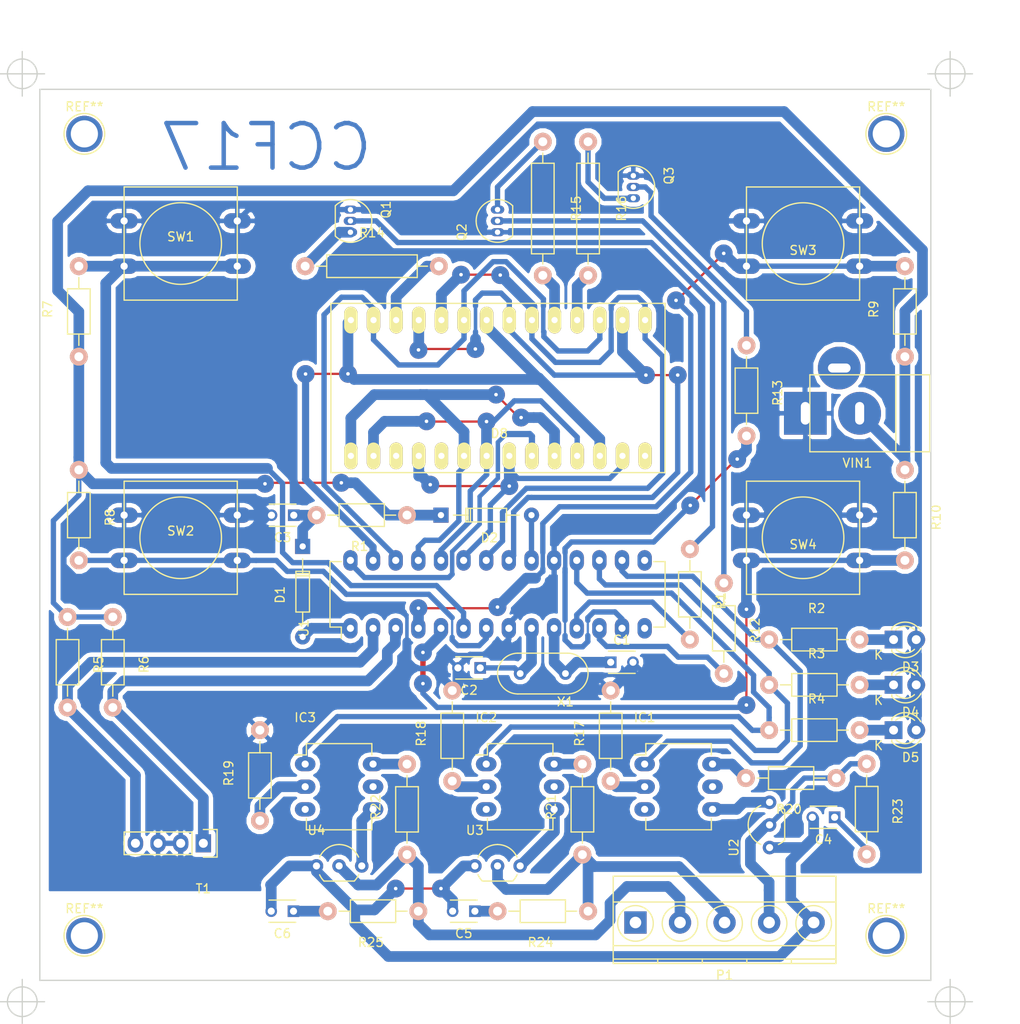
<source format=kicad_pcb>
(kicad_pcb (version 4) (host pcbnew 4.0.5)
  (title_block (title "CONTROL DE CUERTO FRIO") (date 2017-03-19) (rev 1) (company ZZI))
  (layers (0 F.Cu signal) (31 B.Cu signal) (34 B.Paste user) (35 F.Paste user) (36 B.SilkS user) (37 F.SilkS user) (38 B.Mask user) (39 F.Mask user) (44 Edge.Cuts user))
  (net 0 "")
  (net 1 CLK0)
  (net 2 GND)
  (net 3 CLK1)
  (net 4 "Net-(C3-Pad1)")
  (net 5 "Net-(C4-Pad1)")
  (net 6 Nac)
  (net 7 "Net-(C5-Pad1)")
  (net 8 "Net-(C6-Pad1)")
  (net 9 VPP)
  (net 10 VDDP)
  (net 11 VDD)
  (net 12 "Net-(D3-Pad1)")
  (net 13 "Net-(D4-Pad1)")
  (net 14 "Net-(D5-Pad1)")
  (net 15 /7SEGMENTOS_X_3/E)
  (net 16 /7SEGMENTOS_X_3/D)
  (net 17 "Net-(D8-Pad3)")
  (net 18 /7SEGMENTOS_X_3/C)
  (net 19 "Net-(D8-Pad5)")
  (net 20 PGD)
  (net 21 PGC)
  (net 22 "Net-(D8-Pad14)")
  (net 23 /7SEGMENTOS_X_3/B)
  (net 24 /7SEGMENTOS_X_3/A)
  (net 25 /7SEGMENTOS_X_3/F)
  (net 26 "Net-(D8-Pad18)")
  (net 27 "Net-(D8-Pad19)")
  (net 28 "Net-(D8-Pad26)")
  (net 29 /OutTriac/Compresor)
  (net 30 "Net-(IC1-Pad2)")
  (net 31 "Net-(IC1-Pad4)")
  (net 32 /OutTriac/Ventilador)
  (net 33 "Net-(IC2-Pad2)")
  (net 34 "Net-(IC2-Pad4)")
  (net 35 /OutTriac/Resistencia)
  (net 36 "Net-(IC3-Pad2)")
  (net 37 "Net-(IC3-Pad4)")
  (net 38 CO)
  (net 39 Vac)
  (net 40 RE)
  (net 41 VE)
  (net 42 "Net-(Q1-Pad2)")
  (net 43 "Net-(Q1-Pad3)")
  (net 44 "Net-(Q2-Pad2)")
  (net 45 "Net-(Q2-Pad3)")
  (net 46 "Net-(Q3-Pad2)")
  (net 47 "Net-(Q3-Pad3)")
  (net 48 /Acon_NTC/T_A)
  (net 49 /Acon_NTC/T_R)
  (net 50 /Botones/+)
  (net 51 /Botones/-)
  (net 52 /Botones/P)
  (net 53 /Botones/S)
  (net 54 /7SEGMENTOS_X_3/E1)
  (net 55 /7SEGMENTOS_X_3/E2)
  (net 56 /7SEGMENTOS_X_3/E3)
  (net 57 "Net-(IC1-Pad6)")
  (net 58 "Net-(IC2-Pad6)")
  (net 59 "Net-(IC3-Pad6)")
  (net 60 "Net-(U1-Pad14)")
  (net 61 "Net-(U1-Pad15)")
  (module Socket_Strips:Socket_Strip_Straight_1x04 (layer F.Cu) (at 133.35 134.62 180)
    (fp_text reference T1 (at 0 -5.1 180) (layer F.SilkS))
    (fp_text value NTC)
    (pad 1 thru_hole rect (at 0 0 180) (size 1.7272 2.032) (drill 1.016) (layers *.Cu *.Mask) (net 49 /Acon_NTC/T_R))
    (pad 2 thru_hole oval (at 2.54 0 180) (size 1.7272 2.032) (drill 1.016) (layers *.Cu *.Mask) (net 2 GND))
    (pad 3 thru_hole oval (at 5.08 0 180) (size 1.7272 2.032) (drill 1.016) (layers *.Cu *.Mask) (net 2 GND))
    (pad 4 thru_hole oval (at 7.62 0 180) (size 1.7272 2.032) (drill 1.016) (layers *.Cu *.Mask) (net 48 /Acon_NTC/T_A))
  )
  (module Terminal_Blocks:TerminalBlock_Pheonix_MKDS1.5-5pol (layer F.Cu) (at 181.85 143.51)
    (fp_text reference P1 (at 10 5.9) (layer F.SilkS))
    (fp_text value CONN_5)
    (pad 5 thru_hole circle (at 20 0) (size 2.5 2.5) (drill 1.3) (layers *.Cu *.Mask) (net 6 Nac))
    (pad 4 thru_hole circle (at 15 0) (size 2.5 2.5) (drill 1.3) (layers *.Cu *.Mask) (net 38 CO))
    (pad 3 thru_hole circle (at 10 0) (size 2.5 2.5) (drill 1.3) (layers *.Cu *.Mask) (net 41 VE))
    (pad 1 thru_hole rect (at 0 0) (size 2.5 2.5) (drill 1.3) (layers *.Cu *.Mask) (net 39 Vac))
    (pad 2 thru_hole circle (at 5 0) (size 2.5 2.5) (drill 1.3) (layers *.Cu *.Mask) (net 40 RE))
  )
  (module Display:7seg-HDC-19x37.5mm (layer F.Cu) (at 166.37 83.82)
    (fp_text reference D8 (at 0.2 4.8) (layer F.SilkS))
    (fp_text value HDC-5633)
    (pad 1 thru_hole oval (at -16.46 7.32 90) (size 3 1.5) (drill 0.7) (layers *.Cu *.Mask F.SilkS) (net 15 /7SEGMENTOS_X_3/E))
    (pad 2 thru_hole oval (at -13.92 7.32 90) (size 3 1.5) (drill 0.7) (layers *.Cu *.Mask F.SilkS) (net 16 /7SEGMENTOS_X_3/D))
    (pad 3 thru_hole oval (at -11.38 7.32 90) (size 3 1.5) (drill 0.7) (layers *.Cu *.Mask F.SilkS) (net 17 "Net-(D8-Pad3)"))
    (pad 4 thru_hole oval (at -8.84 7.32 90) (size 3 1.5) (drill 0.7) (layers *.Cu *.Mask F.SilkS) (net 18 /7SEGMENTOS_X_3/C))
    (pad 5 thru_hole oval (at -6.3 7.32 90) (size 3 1.5) (drill 0.7) (layers *.Cu *.Mask F.SilkS) (net 19 "Net-(D8-Pad5)"))
    (pad 6 thru_hole oval (at -3.76 7.32 90) (size 3 1.5) (drill 0.7) (layers *.Cu *.Mask F.SilkS) (net 15 /7SEGMENTOS_X_3/E))
    (pad 7 thru_hole oval (at -1.22 7.32 90) (size 3 1.5) (drill 0.7) (layers *.Cu *.Mask F.SilkS) (net 16 /7SEGMENTOS_X_3/D))
    (pad 8 thru_hole oval (at 1.32 7.32 90) (size 3 1.5) (drill 0.7) (layers *.Cu *.Mask F.SilkS) (net 18 /7SEGMENTOS_X_3/C))
    (pad 9 thru_hole oval (at 3.86 7.32 90) (size 3 1.5) (drill 0.7) (layers *.Cu *.Mask F.SilkS) (net 20 PGD))
    (pad 10 thru_hole oval (at 6.4 7.32 90) (size 3 1.5) (drill 0.7) (layers *.Cu *.Mask F.SilkS) (net 15 /7SEGMENTOS_X_3/E))
    (pad 11 thru_hole oval (at 8.94 7.32 90) (size 3 1.5) (drill 0.7) (layers *.Cu *.Mask F.SilkS) (net 16 /7SEGMENTOS_X_3/D))
    (pad 12 thru_hole oval (at 11.48 7.32 90) (size 3 1.5) (drill 0.7) (layers *.Cu *.Mask F.SilkS) (net 21 PGC))
    (pad 13 thru_hole oval (at 14.02 7.32 90) (size 3 1.5) (drill 0.7) (layers *.Cu *.Mask F.SilkS) (net 18 /7SEGMENTOS_X_3/C))
    (pad 14 thru_hole oval (at 16.56 7.32 90) (size 3 1.5) (drill 0.7) (layers *.Cu *.Mask F.SilkS) (net 22 "Net-(D8-Pad14)"))
    (pad 15 thru_hole oval (at 16.56 -7.92 90) (size 3 1.5) (drill 0.7) (layers *.Cu *.Mask F.SilkS) (net 23 /7SEGMENTOS_X_3/B))
    (pad 16 thru_hole oval (at 14.02 -7.92 90) (size 3 1.5) (drill 0.7) (layers *.Cu *.Mask F.SilkS) (net 24 /7SEGMENTOS_X_3/A))
    (pad 17 thru_hole oval (at 11.48 -7.92 90) (size 3 1.5) (drill 0.7) (layers *.Cu *.Mask F.SilkS) (net 25 /7SEGMENTOS_X_3/F))
    (pad 18 thru_hole oval (at 8.94 -7.92 90) (size 3 1.5) (drill 0.7) (layers *.Cu *.Mask F.SilkS) (net 26 "Net-(D8-Pad18)"))
    (pad 19 thru_hole oval (at 6.4 -7.92 90) (size 3 1.5) (drill 0.7) (layers *.Cu *.Mask F.SilkS) (net 27 "Net-(D8-Pad19)"))
    (pad 20 thru_hole oval (at 3.86 -7.92 90) (size 3 1.5) (drill 0.7) (layers *.Cu *.Mask F.SilkS) (net 23 /7SEGMENTOS_X_3/B))
    (pad 21 thru_hole oval (at 1.32 -7.92 90) (size 3 1.5) (drill 0.7) (layers *.Cu *.Mask F.SilkS) (net 24 /7SEGMENTOS_X_3/A))
    (pad 22 thru_hole oval (at -1.22 -7.92 90) (size 3 1.5) (drill 0.7) (layers *.Cu *.Mask F.SilkS) (net 21 PGC))
    (pad 23 thru_hole oval (at -3.76 -7.92 90) (size 3 1.5) (drill 0.7) (layers *.Cu *.Mask F.SilkS) (net 25 /7SEGMENTOS_X_3/F))
    (pad 24 thru_hole oval (at -6.3 -7.92 90) (size 3 1.5) (drill 0.7) (layers *.Cu *.Mask F.SilkS) (net 23 /7SEGMENTOS_X_3/B))
    (pad 25 thru_hole oval (at -8.84 -7.92 90) (size 3 1.5) (drill 0.7) (layers *.Cu *.Mask F.SilkS) (net 24 /7SEGMENTOS_X_3/A))
    (pad 26 thru_hole oval (at -11.38 -7.92 90) (size 3 1.5) (drill 0.7) (layers *.Cu *.Mask F.SilkS) (net 28 "Net-(D8-Pad26)"))
    (pad 27 thru_hole oval (at -13.92 -7.92 90) (size 3 1.5) (drill 0.7) (layers *.Cu *.Mask F.SilkS) (net 25 /7SEGMENTOS_X_3/F))
    (pad 28 thru_hole oval (at -16.46 -7.92 90) (size 3 1.5) (drill 0.7) (layers *.Cu *.Mask F.SilkS) (net 21 PGC))
  )
  (module Housings_DIP:DIP-6_W7.62mm_LongPads (layer F.Cu) (at 182.88 125.73)
    (fp_text reference IC1 (at 0 -5.22) (layer F.SilkS))
    (fp_text value MOC3021M)
    (pad 1 thru_hole oval (at 0 0) (size 2.3 1.6) (drill 0.8) (layers *.Cu *.Mask) (net 29 /OutTriac/Compresor))
    (pad 2 thru_hole oval (at 0 2.54) (size 2.3 1.6) (drill 0.8) (layers *.Cu *.Mask) (net 30 "Net-(IC1-Pad2)"))
    (pad 3 thru_hole oval (at 0 5.08) (size 2.3 1.6) (drill 0.8) (layers *.Cu *.Mask))
    (pad 4 thru_hole oval (at 7.62 5.08) (size 2.3 1.6) (drill 0.8) (layers *.Cu *.Mask) (net 31 "Net-(IC1-Pad4)"))
    (pad 5 thru_hole oval (at 7.62 2.54) (size 2.3 1.6) (drill 0.8) (layers *.Cu *.Mask))
    (pad 6 thru_hole oval (at 7.62 0) (size 2.3 1.6) (drill 0.8) (layers *.Cu *.Mask) (net 57 "Net-(IC1-Pad6)"))
  )
  (module Resistors_ThroughHole:Resistor_Horizontal_RM10mm (layer F.Cu) (at 196.85 111.76)
    (fp_text reference R2 (at 5.32892 -3.50012) (layer F.SilkS))
    (fp_text value 330)
    (pad 1 thru_hole circle (at 0 0) (size 1.99898 1.99898) (drill 1.00076) (layers *.Cu *.SilkS *.Mask) (net 29 /OutTriac/Compresor))
    (pad 2 thru_hole circle (at 10.16 0) (size 1.99898 1.99898) (drill 1.00076) (layers *.Cu *.SilkS *.Mask) (net 12 "Net-(D3-Pad1)"))
  )
  (module Diodes_ThroughHole:Diode_DO-35_SOD27_Horizontal_RM10 (layer F.Cu) (at 160.01948 97.79254)
    (fp_text reference D2 (at 5.43052 2.53746) (layer F.SilkS))
    (fp_text value DIODE)
    (pad 2 thru_hole circle (at 10.16052 -0.00254 180) (size 1.69926 1.69926) (drill 0.70104) (layers *.Cu *.Mask) (net 10 VDDP))
    (pad 1 thru_hole rect (at 0.00052 -0.00254 180) (size 1.69926 1.69926) (drill 0.70104) (layers *.Cu *.Mask) (net 11 VDD))
  )
  (module Capacitors_ThroughHole:C_Disc_D3_P2.5 (layer F.Cu) (at 179.07 114.3)
    (fp_text reference C1 (at 1.25 -2.5) (layer F.SilkS))
    (fp_text value 22pF)
    (pad 1 thru_hole rect (at 0 0) (size 1.3 1.3) (drill 0.8) (layers *.Cu *.Mask) (net 1 CLK0))
    (pad 2 thru_hole circle (at 2.5 0) (size 1.3 1.3) (drill 0.8001) (layers *.Cu *.Mask) (net 2 GND))
  )
  (module Capacitors_ThroughHole:C_Disc_D3_P2.5 (layer F.Cu) (at 164.425 114.935 180)
    (fp_text reference C2 (at 1.25 -2.5 180) (layer F.SilkS))
    (fp_text value 22pF)
    (pad 1 thru_hole rect (at 0 0 180) (size 1.3 1.3) (drill 0.8) (layers *.Cu *.Mask) (net 3 CLK1))
    (pad 2 thru_hole circle (at 2.5 0 180) (size 1.3 1.3) (drill 0.8001) (layers *.Cu *.Mask) (net 2 GND))
  )
  (module Capacitors_ThroughHole:C_Disc_D3_P2.5 (layer F.Cu) (at 143.5 97.8 180)
    (fp_text reference C3 (at 1.25 -2.5 180) (layer F.SilkS))
    (fp_text value 100nF)
    (pad 1 thru_hole rect (at 0 0 180) (size 1.3 1.3) (drill 0.8) (layers *.Cu *.Mask) (net 4 "Net-(C3-Pad1)"))
    (pad 2 thru_hole circle (at 2.5 0 180) (size 1.3 1.3) (drill 0.8001) (layers *.Cu *.Mask) (net 2 GND))
  )
  (module Capacitors_ThroughHole:C_Disc_D3_P2.5 (layer F.Cu) (at 204.2 131.7 180)
    (fp_text reference C4 (at 1.25 -2.5 180) (layer F.SilkS))
    (fp_text value 100nF)
    (pad 1 thru_hole rect (at 0 0 180) (size 1.3 1.3) (drill 0.8) (layers *.Cu *.Mask) (net 5 "Net-(C4-Pad1)"))
    (pad 2 thru_hole circle (at 2.5 0 180) (size 1.3 1.3) (drill 0.8001) (layers *.Cu *.Mask) (net 6 Nac))
  )
  (module Capacitors_ThroughHole:C_Disc_D3_P2.5 (layer F.Cu) (at 163.83 142.24 180)
    (fp_text reference C5 (at 1.25 -2.5 180) (layer F.SilkS))
    (fp_text value 100nF)
    (pad 1 thru_hole rect (at 0 0 180) (size 1.3 1.3) (drill 0.8) (layers *.Cu *.Mask) (net 7 "Net-(C5-Pad1)"))
    (pad 2 thru_hole circle (at 2.5 0 180) (size 1.3 1.3) (drill 0.8001) (layers *.Cu *.Mask) (net 6 Nac))
  )
  (module Capacitors_ThroughHole:C_Disc_D3_P2.5 (layer F.Cu) (at 143.47 142.24 180)
    (fp_text reference C6 (at 1.25 -2.5 180) (layer F.SilkS))
    (fp_text value 100nF)
    (pad 1 thru_hole rect (at 0 0 180) (size 1.3 1.3) (drill 0.8) (layers *.Cu *.Mask) (net 8 "Net-(C6-Pad1)"))
    (pad 2 thru_hole circle (at 2.5 0 180) (size 1.3 1.3) (drill 0.8001) (layers *.Cu *.Mask) (net 6 Nac))
  )
  (module Diodes_ThroughHole:Diode_DO-35_SOD27_Horizontal_RM10 (layer F.Cu) (at 144.49746 101.29948 270)
    (fp_text reference D1 (at 5.43052 2.53746 270) (layer F.SilkS))
    (fp_text value DIODE)
    (pad 2 thru_hole circle (at 10.16052 -0.00254 90) (size 1.69926 1.69926) (drill 0.70104) (layers *.Cu *.Mask) (net 9 VPP))
    (pad 1 thru_hole rect (at 0.00052 -0.00254 90) (size 1.69926 1.69926) (drill 0.70104) (layers *.Cu *.Mask) (net 4 "Net-(C3-Pad1)"))
  )
  (module LEDs:LED-3MM (layer F.Cu) (at 210.82 111.76)
    (fp_text reference D3 (at 1.91 3.06) (layer F.SilkS))
    (fp_text value LED)
    (fp_text user K (at -1.69 1.74) (layer F.SilkS))
    (pad 1 thru_hole rect (at 0 0 90) (size 2 2) (drill 1.00076) (layers *.Cu *.Mask) (net 12 "Net-(D3-Pad1)"))
    (pad 2 thru_hole circle (at 2.54 0) (size 2 2) (drill 1.00076) (layers *.Cu *.Mask) (net 2 GND))
  )
  (module LEDs:LED-3MM (layer F.Cu) (at 210.82 116.84)
    (fp_text reference D4 (at 1.91 3.06) (layer F.SilkS))
    (fp_text value LED)
    (fp_text user K (at -1.69 1.74) (layer F.SilkS))
    (pad 1 thru_hole rect (at 0 0 90) (size 2 2) (drill 1.00076) (layers *.Cu *.Mask) (net 13 "Net-(D4-Pad1)"))
    (pad 2 thru_hole circle (at 2.54 0) (size 2 2) (drill 1.00076) (layers *.Cu *.Mask) (net 2 GND))
  )
  (module LEDs:LED-3MM (layer F.Cu) (at 210.82 121.92)
    (fp_text reference D5 (at 1.91 3.06) (layer F.SilkS))
    (fp_text value LED)
    (fp_text user K (at -1.69 1.74) (layer F.SilkS))
    (pad 1 thru_hole rect (at 0 0 90) (size 2 2) (drill 1.00076) (layers *.Cu *.Mask) (net 14 "Net-(D5-Pad1)"))
    (pad 2 thru_hole circle (at 2.54 0) (size 2 2) (drill 1.00076) (layers *.Cu *.Mask) (net 2 GND))
  )
  (module TO_SOT_Packages_THT:TO-92_Inline_Narrow_Oval (layer F.Cu) (at 149.86 63.5 270)
    (fp_text reference Q1 (at 0 -4 270) (layer F.SilkS))
    (fp_text value NPN)
    (pad 2 thru_hole oval (at 1.27 0 90) (size 0.89916 1.50114) (drill 0.6) (layers *.Cu *.Mask) (net 42 "Net-(Q1-Pad2)"))
    (pad 3 thru_hole oval (at 2.54 0 90) (size 0.89916 1.50114) (drill 0.6) (layers *.Cu *.Mask) (net 43 "Net-(Q1-Pad3)"))
    (pad 1 thru_hole oval (at 0 0 90) (size 0.89916 1.50114) (drill 0.6) (layers *.Cu *.Mask) (net 2 GND))
  )
  (module TO_SOT_Packages_THT:TO-92_Inline_Narrow_Oval (layer F.Cu) (at 166.37 66.04 90)
    (fp_text reference Q2 (at 0 -4 90) (layer F.SilkS))
    (fp_text value NPN)
    (pad 2 thru_hole oval (at 1.27 0 270) (size 0.89916 1.50114) (drill 0.6) (layers *.Cu *.Mask) (net 44 "Net-(Q2-Pad2)"))
    (pad 3 thru_hole oval (at 2.54 0 270) (size 0.89916 1.50114) (drill 0.6) (layers *.Cu *.Mask) (net 45 "Net-(Q2-Pad3)"))
    (pad 1 thru_hole oval (at 0 0 270) (size 0.89916 1.50114) (drill 0.6) (layers *.Cu *.Mask) (net 2 GND))
  )
  (module TO_SOT_Packages_THT:TO-92_Inline_Narrow_Oval (layer F.Cu) (at 181.61 59.69 270)
    (fp_text reference Q3 (at 0 -4 270) (layer F.SilkS))
    (fp_text value NPN)
    (pad 2 thru_hole oval (at 1.27 0 90) (size 0.89916 1.50114) (drill 0.6) (layers *.Cu *.Mask) (net 46 "Net-(Q3-Pad2)"))
    (pad 3 thru_hole oval (at 2.54 0 90) (size 0.89916 1.50114) (drill 0.6) (layers *.Cu *.Mask) (net 47 "Net-(Q3-Pad3)"))
    (pad 1 thru_hole oval (at 0 0 90) (size 0.89916 1.50114) (drill 0.6) (layers *.Cu *.Mask) (net 2 GND))
  )
  (module Resistors_ThroughHole:Resistor_Horizontal_RM10mm (layer F.Cu) (at 156.21 97.79 180)
    (fp_text reference R1 (at 5.32892 -3.50012 180) (layer F.SilkS))
    (fp_text value 10k)
    (pad 1 thru_hole circle (at 0 0 180) (size 1.99898 1.99898) (drill 1.00076) (layers *.Cu *.SilkS *.Mask) (net 11 VDD))
    (pad 2 thru_hole circle (at 10.16 0 180) (size 1.99898 1.99898) (drill 1.00076) (layers *.Cu *.SilkS *.Mask) (net 4 "Net-(C3-Pad1)"))
  )
  (module Resistors_ThroughHole:Resistor_Horizontal_RM10mm (layer F.Cu) (at 196.85 116.84)
    (fp_text reference R3 (at 5.32892 -3.50012) (layer F.SilkS))
    (fp_text value 330)
    (pad 1 thru_hole circle (at 0 0) (size 1.99898 1.99898) (drill 1.00076) (layers *.Cu *.SilkS *.Mask) (net 32 /OutTriac/Ventilador))
    (pad 2 thru_hole circle (at 10.16 0) (size 1.99898 1.99898) (drill 1.00076) (layers *.Cu *.SilkS *.Mask) (net 13 "Net-(D4-Pad1)"))
  )
  (module Resistors_ThroughHole:Resistor_Horizontal_RM10mm (layer F.Cu) (at 196.85 121.92)
    (fp_text reference R4 (at 5.32892 -3.50012) (layer F.SilkS))
    (fp_text value 330)
    (pad 1 thru_hole circle (at 0 0) (size 1.99898 1.99898) (drill 1.00076) (layers *.Cu *.SilkS *.Mask) (net 35 /OutTriac/Resistencia))
    (pad 2 thru_hole circle (at 10.16 0) (size 1.99898 1.99898) (drill 1.00076) (layers *.Cu *.SilkS *.Mask) (net 14 "Net-(D5-Pad1)"))
  )
  (module Resistors_ThroughHole:Resistor_Horizontal_RM10mm (layer F.Cu) (at 118.11 109.22 270)
    (fp_text reference R5 (at 5.32892 -3.50012 270) (layer F.SilkS))
    (fp_text value 20K)
    (pad 1 thru_hole circle (at 0 0 270) (size 1.99898 1.99898) (drill 1.00076) (layers *.Cu *.SilkS *.Mask) (net 11 VDD))
    (pad 2 thru_hole circle (at 10.16 0 270) (size 1.99898 1.99898) (drill 1.00076) (layers *.Cu *.SilkS *.Mask) (net 48 /Acon_NTC/T_A))
  )
  (module Resistors_ThroughHole:Resistor_Horizontal_RM10mm (layer F.Cu) (at 123.19 109.22 270)
    (fp_text reference R6 (at 5.32892 -3.50012 270) (layer F.SilkS))
    (fp_text value 20K)
    (pad 1 thru_hole circle (at 0 0 270) (size 1.99898 1.99898) (drill 1.00076) (layers *.Cu *.SilkS *.Mask) (net 11 VDD))
    (pad 2 thru_hole circle (at 10.16 0 270) (size 1.99898 1.99898) (drill 1.00076) (layers *.Cu *.SilkS *.Mask) (net 49 /Acon_NTC/T_R))
  )
  (module Resistors_ThroughHole:Resistor_Horizontal_RM10mm (layer F.Cu) (at 119.38 80.01 90)
    (fp_text reference R7 (at 5.32892 -3.50012 90) (layer F.SilkS))
    (fp_text value 10k)
    (pad 1 thru_hole circle (at 0 0 90) (size 1.99898 1.99898) (drill 1.00076) (layers *.Cu *.SilkS *.Mask) (net 11 VDD))
    (pad 2 thru_hole circle (at 10.16 0 90) (size 1.99898 1.99898) (drill 1.00076) (layers *.Cu *.SilkS *.Mask) (net 50 /Botones/+))
  )
  (module Resistors_ThroughHole:Resistor_Horizontal_RM10mm (layer F.Cu) (at 119.38 92.71 270)
    (fp_text reference R8 (at 5.32892 -3.50012 270) (layer F.SilkS))
    (fp_text value 10k)
    (pad 1 thru_hole circle (at 0 0 270) (size 1.99898 1.99898) (drill 1.00076) (layers *.Cu *.SilkS *.Mask) (net 11 VDD))
    (pad 2 thru_hole circle (at 10.16 0 270) (size 1.99898 1.99898) (drill 1.00076) (layers *.Cu *.SilkS *.Mask) (net 51 /Botones/-))
  )
  (module Resistors_ThroughHole:Resistor_Horizontal_RM10mm (layer F.Cu) (at 212.09 80.01 90)
    (fp_text reference R9 (at 5.32892 -3.50012 90) (layer F.SilkS))
    (fp_text value 10k)
    (pad 1 thru_hole circle (at 0 0 90) (size 1.99898 1.99898) (drill 1.00076) (layers *.Cu *.SilkS *.Mask) (net 11 VDD))
    (pad 2 thru_hole circle (at 10.16 0 90) (size 1.99898 1.99898) (drill 1.00076) (layers *.Cu *.SilkS *.Mask) (net 52 /Botones/P))
  )
  (module Resistors_ThroughHole:Resistor_Horizontal_RM10mm (layer F.Cu) (at 212.09 92.71 270)
    (fp_text reference R10 (at 5.32892 -3.50012 270) (layer F.SilkS))
    (fp_text value 10k)
    (pad 1 thru_hole circle (at 0 0 270) (size 1.99898 1.99898) (drill 1.00076) (layers *.Cu *.SilkS *.Mask) (net 11 VDD))
    (pad 2 thru_hole circle (at 10.16 0 270) (size 1.99898 1.99898) (drill 1.00076) (layers *.Cu *.SilkS *.Mask) (net 53 /Botones/S))
  )
  (module Resistors_ThroughHole:Resistor_Horizontal_RM10mm (layer F.Cu) (at 187.96 101.6 270)
    (fp_text reference R11 (at 5.32892 -3.50012 270) (layer F.SilkS))
    (fp_text value 2,7k)
    (pad 1 thru_hole circle (at 0 0 270) (size 1.99898 1.99898) (drill 1.00076) (layers *.Cu *.SilkS *.Mask) (net 42 "Net-(Q1-Pad2)"))
    (pad 2 thru_hole circle (at 10.16 0 270) (size 1.99898 1.99898) (drill 1.00076) (layers *.Cu *.SilkS *.Mask) (net 54 /7SEGMENTOS_X_3/E1))
  )
  (module Resistors_ThroughHole:Resistor_Horizontal_RM10mm (layer F.Cu) (at 191.77 105.41 270)
    (fp_text reference R12 (at 5.32892 -3.50012 270) (layer F.SilkS))
    (fp_text value 2,7k)
    (pad 1 thru_hole circle (at 0 0 270) (size 1.99898 1.99898) (drill 1.00076) (layers *.Cu *.SilkS *.Mask) (net 44 "Net-(Q2-Pad2)"))
    (pad 2 thru_hole circle (at 10.16 0 270) (size 1.99898 1.99898) (drill 1.00076) (layers *.Cu *.SilkS *.Mask) (net 55 /7SEGMENTOS_X_3/E2))
  )
  (module Resistors_ThroughHole:Resistor_Horizontal_RM10mm (layer F.Cu) (at 194.31 78.74 270)
    (fp_text reference R13 (at 5.32892 -3.50012 270) (layer F.SilkS))
    (fp_text value 2,7k)
    (pad 1 thru_hole circle (at 0 0 270) (size 1.99898 1.99898) (drill 1.00076) (layers *.Cu *.SilkS *.Mask) (net 46 "Net-(Q3-Pad2)"))
    (pad 2 thru_hole circle (at 10.16 0 270) (size 1.99898 1.99898) (drill 1.00076) (layers *.Cu *.SilkS *.Mask) (net 56 /7SEGMENTOS_X_3/E3))
  )
  (module Resistors_ThroughHole:Resistor_Horizontal_RM15mm (layer F.Cu) (at 144.78 69.85)
    (fp_text reference R14 (at 7.5 -3.74904) (layer F.SilkS))
    (fp_text value 22)
    (pad 1 thru_hole circle (at 0 0) (size 1.99898 1.99898) (drill 1.00076) (layers *.Cu *.SilkS *.Mask) (net 43 "Net-(Q1-Pad3)"))
    (pad 2 thru_hole circle (at 15 0) (size 1.99898 1.99898) (drill 1.00076) (layers *.Cu *.SilkS *.Mask) (net 28 "Net-(D8-Pad26)"))
  )
  (module Resistors_ThroughHole:Resistor_Horizontal_RM15mm (layer F.Cu) (at 171.45 55.88 270)
    (fp_text reference R15 (at 7.5 -3.74904 270) (layer F.SilkS))
    (fp_text value 22)
    (pad 1 thru_hole circle (at 0 0 270) (size 1.99898 1.99898) (drill 1.00076) (layers *.Cu *.SilkS *.Mask) (net 45 "Net-(Q2-Pad3)"))
    (pad 2 thru_hole circle (at 15 0 270) (size 1.99898 1.99898) (drill 1.00076) (layers *.Cu *.SilkS *.Mask) (net 27 "Net-(D8-Pad19)"))
  )
  (module Resistors_ThroughHole:Resistor_Horizontal_RM15mm (layer F.Cu) (at 176.53 55.88 270)
    (fp_text reference R16 (at 7.5 -3.74904 270) (layer F.SilkS))
    (fp_text value 22)
    (pad 1 thru_hole circle (at 0 0 270) (size 1.99898 1.99898) (drill 1.00076) (layers *.Cu *.SilkS *.Mask) (net 47 "Net-(Q3-Pad3)"))
    (pad 2 thru_hole circle (at 15 0 270) (size 1.99898 1.99898) (drill 1.00076) (layers *.Cu *.SilkS *.Mask) (net 26 "Net-(D8-Pad18)"))
  )
  (module Resistors_ThroughHole:Resistor_Horizontal_RM10mm (layer F.Cu) (at 179.07 127.635 90)
    (fp_text reference R17 (at 5.32892 -3.50012 90) (layer F.SilkS))
    (fp_text value 330)
    (pad 1 thru_hole circle (at 0 0 90) (size 1.99898 1.99898) (drill 1.00076) (layers *.Cu *.SilkS *.Mask) (net 30 "Net-(IC1-Pad2)"))
    (pad 2 thru_hole circle (at 10.16 0 90) (size 1.99898 1.99898) (drill 1.00076) (layers *.Cu *.SilkS *.Mask) (net 2 GND))
  )
  (module Resistors_ThroughHole:Resistor_Horizontal_RM10mm (layer F.Cu) (at 161.29 127.635 90)
    (fp_text reference R18 (at 5.32892 -3.50012 90) (layer F.SilkS))
    (fp_text value 330)
    (pad 1 thru_hole circle (at 0 0 90) (size 1.99898 1.99898) (drill 1.00076) (layers *.Cu *.SilkS *.Mask) (net 33 "Net-(IC2-Pad2)"))
    (pad 2 thru_hole circle (at 10.16 0 90) (size 1.99898 1.99898) (drill 1.00076) (layers *.Cu *.SilkS *.Mask) (net 2 GND))
  )
  (module Resistors_ThroughHole:Resistor_Horizontal_RM10mm (layer F.Cu) (at 139.7 132.08 90)
    (fp_text reference R19 (at 5.32892 -3.50012 90) (layer F.SilkS))
    (fp_text value 330)
    (pad 1 thru_hole circle (at 0 0 90) (size 1.99898 1.99898) (drill 1.00076) (layers *.Cu *.SilkS *.Mask) (net 36 "Net-(IC3-Pad2)"))
    (pad 2 thru_hole circle (at 10.16 0 90) (size 1.99898 1.99898) (drill 1.00076) (layers *.Cu *.SilkS *.Mask) (net 2 GND))
  )
  (module Resistors_ThroughHole:Resistor_Horizontal_RM10mm (layer F.Cu) (at 204.4 127.3 180)
    (fp_text reference R20 (at 5.32892 -3.50012 180) (layer F.SilkS))
    (fp_text value 330)
    (pad 1 thru_hole circle (at 0 0 180) (size 1.99898 1.99898) (drill 1.00076) (layers *.Cu *.SilkS *.Mask) (net 38 CO))
    (pad 2 thru_hole circle (at 10.16 0 180) (size 1.99898 1.99898) (drill 1.00076) (layers *.Cu *.SilkS *.Mask) (net 57 "Net-(IC1-Pad6)"))
  )
  (module Resistors_ThroughHole:Resistor_Horizontal_RM10mm (layer F.Cu) (at 175.895 135.89 90)
    (fp_text reference R21 (at 5.32892 -3.50012 90) (layer F.SilkS))
    (fp_text value 330)
    (pad 1 thru_hole circle (at 0 0 90) (size 1.99898 1.99898) (drill 1.00076) (layers *.Cu *.SilkS *.Mask) (net 41 VE))
    (pad 2 thru_hole circle (at 10.16 0 90) (size 1.99898 1.99898) (drill 1.00076) (layers *.Cu *.SilkS *.Mask) (net 58 "Net-(IC2-Pad6)"))
  )
  (module Resistors_ThroughHole:Resistor_Horizontal_RM10mm (layer F.Cu) (at 156.21 135.89 90)
    (fp_text reference R22 (at 5.32892 -3.50012 90) (layer F.SilkS))
    (fp_text value 330)
    (pad 1 thru_hole circle (at 0 0 90) (size 1.99898 1.99898) (drill 1.00076) (layers *.Cu *.SilkS *.Mask) (net 40 RE))
    (pad 2 thru_hole circle (at 10.16 0 90) (size 1.99898 1.99898) (drill 1.00076) (layers *.Cu *.SilkS *.Mask) (net 59 "Net-(IC3-Pad6)"))
  )
  (module Resistors_ThroughHole:Resistor_Horizontal_RM10mm (layer F.Cu) (at 207.8 125.7 270)
    (fp_text reference R23 (at 5.32892 -3.50012 270) (layer F.SilkS))
    (fp_text value 100)
    (pad 1 thru_hole circle (at 0 0 270) (size 1.99898 1.99898) (drill 1.00076) (layers *.Cu *.SilkS *.Mask) (net 38 CO))
    (pad 2 thru_hole circle (at 10.16 0 270) (size 1.99898 1.99898) (drill 1.00076) (layers *.Cu *.SilkS *.Mask) (net 5 "Net-(C4-Pad1)"))
  )
  (module Resistors_ThroughHole:Resistor_Horizontal_RM10mm (layer F.Cu) (at 176.53 142.24 180)
    (fp_text reference R24 (at 5.32892 -3.50012 180) (layer F.SilkS))
    (fp_text value 100)
    (pad 1 thru_hole circle (at 0 0 180) (size 1.99898 1.99898) (drill 1.00076) (layers *.Cu *.SilkS *.Mask) (net 41 VE))
    (pad 2 thru_hole circle (at 10.16 0 180) (size 1.99898 1.99898) (drill 1.00076) (layers *.Cu *.SilkS *.Mask) (net 7 "Net-(C5-Pad1)"))
  )
  (module Resistors_ThroughHole:Resistor_Horizontal_RM10mm (layer F.Cu) (at 157.48 142.24 180)
    (fp_text reference R25 (at 5.32892 -3.50012 180) (layer F.SilkS))
    (fp_text value 100)
    (pad 1 thru_hole circle (at 0 0 180) (size 1.99898 1.99898) (drill 1.00076) (layers *.Cu *.SilkS *.Mask) (net 40 RE))
    (pad 2 thru_hole circle (at 10.16 0 180) (size 1.99898 1.99898) (drill 1.00076) (layers *.Cu *.SilkS *.Mask) (net 8 "Net-(C6-Pad1)"))
  )
  (module Buttons_Switches_ThroughHole:SW_PUSH-12mm (layer F.Cu) (at 130.81 67.31)
    (fp_text reference SW1 (at 0 -0.762) (layer F.SilkS))
    (fp_text value SW_PUSH)
    (pad 1 thru_hole oval (at 6.35 -2.54) (size 3.048 1.7272) (drill 0.8128) (layers *.Cu *.Mask) (net 2 GND))
    (pad 2 thru_hole oval (at 6.35 2.54) (size 3.048 1.7272) (drill 0.8128) (layers *.Cu *.Mask) (net 50 /Botones/+))
    (pad 1 thru_hole oval (at -6.35 -2.54) (size 3.048 1.7272) (drill 0.8128) (layers *.Cu *.Mask) (net 2 GND))
    (pad 2 thru_hole oval (at -6.35 2.54) (size 3.048 1.7272) (drill 0.8128) (layers *.Cu *.Mask) (net 50 /Botones/+))
  )
  (module Buttons_Switches_ThroughHole:SW_PUSH-12mm (layer F.Cu) (at 130.81 100.33)
    (fp_text reference SW2 (at 0 -0.762) (layer F.SilkS))
    (fp_text value SW_PUSH)
    (pad 1 thru_hole oval (at 6.35 -2.54) (size 3.048 1.7272) (drill 0.8128) (layers *.Cu *.Mask) (net 2 GND))
    (pad 2 thru_hole oval (at 6.35 2.54) (size 3.048 1.7272) (drill 0.8128) (layers *.Cu *.Mask) (net 51 /Botones/-))
    (pad 1 thru_hole oval (at -6.35 -2.54) (size 3.048 1.7272) (drill 0.8128) (layers *.Cu *.Mask) (net 2 GND))
    (pad 2 thru_hole oval (at -6.35 2.54) (size 3.048 1.7272) (drill 0.8128) (layers *.Cu *.Mask) (net 51 /Botones/-))
  )
  (module Buttons_Switches_ThroughHole:SW_PUSH-12mm (layer F.Cu) (at 200.66 67.31 180)
    (fp_text reference SW3 (at 0 -0.762 180) (layer F.SilkS))
    (fp_text value SW_PUSH)
    (pad 1 thru_hole oval (at 6.35 -2.54 180) (size 3.048 1.7272) (drill 0.8128) (layers *.Cu *.Mask) (net 52 /Botones/P))
    (pad 2 thru_hole oval (at 6.35 2.54 180) (size 3.048 1.7272) (drill 0.8128) (layers *.Cu *.Mask) (net 2 GND))
    (pad 1 thru_hole oval (at -6.35 -2.54 180) (size 3.048 1.7272) (drill 0.8128) (layers *.Cu *.Mask) (net 52 /Botones/P))
    (pad 2 thru_hole oval (at -6.35 2.54 180) (size 3.048 1.7272) (drill 0.8128) (layers *.Cu *.Mask) (net 2 GND))
  )
  (module Buttons_Switches_ThroughHole:SW_PUSH-12mm (layer F.Cu) (at 200.66 100.33 180)
    (fp_text reference SW4 (at 0 -0.762 180) (layer F.SilkS))
    (fp_text value SW_PUSH)
    (pad 1 thru_hole oval (at 6.35 -2.54 180) (size 3.048 1.7272) (drill 0.8128) (layers *.Cu *.Mask) (net 53 /Botones/S))
    (pad 2 thru_hole oval (at 6.35 2.54 180) (size 3.048 1.7272) (drill 0.8128) (layers *.Cu *.Mask) (net 2 GND))
    (pad 1 thru_hole oval (at -6.35 -2.54 180) (size 3.048 1.7272) (drill 0.8128) (layers *.Cu *.Mask) (net 53 /Botones/S))
    (pad 2 thru_hole oval (at -6.35 2.54 180) (size 3.048 1.7272) (drill 0.8128) (layers *.Cu *.Mask) (net 2 GND))
  )
  (module Housings_DIP:DIP-28_W7.62mm_LongPads (layer F.Cu) (at 149.86 110.49 90)
    (fp_text reference U1 (at 0 -5.22 90) (layer F.SilkS))
    (fp_text value PIC18F2550)
    (pad 1 thru_hole oval (at 0 0 90) (size 2.3 1.6) (drill 0.8) (layers *.Cu *.Mask) (net 9 VPP))
    (pad 2 thru_hole oval (at 0 2.54 90) (size 2.3 1.6) (drill 0.8) (layers *.Cu *.Mask) (net 48 /Acon_NTC/T_A))
    (pad 3 thru_hole oval (at 0 5.08 90) (size 2.3 1.6) (drill 0.8) (layers *.Cu *.Mask) (net 49 /Acon_NTC/T_R))
    (pad 4 thru_hole oval (at 0 7.62 90) (size 2.3 1.6) (drill 0.8) (layers *.Cu *.Mask) (net 52 /Botones/P))
    (pad 5 thru_hole oval (at 0 10.16 90) (size 2.3 1.6) (drill 0.8) (layers *.Cu *.Mask) (net 53 /Botones/S))
    (pad 6 thru_hole oval (at 0 12.7 90) (size 2.3 1.6) (drill 0.8) (layers *.Cu *.Mask) (net 50 /Botones/+))
    (pad 7 thru_hole oval (at 0 15.24 90) (size 2.3 1.6) (drill 0.8) (layers *.Cu *.Mask) (net 51 /Botones/-))
    (pad 8 thru_hole oval (at 0 17.78 90) (size 2.3 1.6) (drill 0.8) (layers *.Cu *.Mask) (net 2 GND))
    (pad 9 thru_hole oval (at 0 20.32 90) (size 2.3 1.6) (drill 0.8) (layers *.Cu *.Mask) (net 3 CLK1))
    (pad 10 thru_hole oval (at 0 22.86 90) (size 2.3 1.6) (drill 0.8) (layers *.Cu *.Mask) (net 1 CLK0))
    (pad 11 thru_hole oval (at 0 25.4 90) (size 2.3 1.6) (drill 0.8) (layers *.Cu *.Mask) (net 54 /7SEGMENTOS_X_3/E1))
    (pad 12 thru_hole oval (at 0 27.94 90) (size 2.3 1.6) (drill 0.8) (layers *.Cu *.Mask) (net 55 /7SEGMENTOS_X_3/E2))
    (pad 13 thru_hole oval (at 0 30.48 90) (size 2.3 1.6) (drill 0.8) (layers *.Cu *.Mask) (net 56 /7SEGMENTOS_X_3/E3))
    (pad 14 thru_hole oval (at 0 33.02 90) (size 2.3 1.6) (drill 0.8) (layers *.Cu *.Mask) (net 60 "Net-(U1-Pad14)"))
    (pad 15 thru_hole oval (at 7.62 33.02 90) (size 2.3 1.6) (drill 0.8) (layers *.Cu *.Mask) (net 61 "Net-(U1-Pad15)"))
    (pad 16 thru_hole oval (at 7.62 30.48 90) (size 2.3 1.6) (drill 0.8) (layers *.Cu *.Mask) (net 29 /OutTriac/Compresor))
    (pad 17 thru_hole oval (at 7.62 27.94 90) (size 2.3 1.6) (drill 0.8) (layers *.Cu *.Mask) (net 32 /OutTriac/Ventilador))
    (pad 18 thru_hole oval (at 7.62 25.4 90) (size 2.3 1.6) (drill 0.8) (layers *.Cu *.Mask) (net 35 /OutTriac/Resistencia))
    (pad 19 thru_hole oval (at 7.62 22.86 90) (size 2.3 1.6) (drill 0.8) (layers *.Cu *.Mask) (net 2 GND))
    (pad 20 thru_hole oval (at 7.62 20.32 90) (size 2.3 1.6) (drill 0.8) (layers *.Cu *.Mask) (net 10 VDDP))
    (pad 21 thru_hole oval (at 7.62 17.78 90) (size 2.3 1.6) (drill 0.8) (layers *.Cu *.Mask) (net 24 /7SEGMENTOS_X_3/A))
    (pad 22 thru_hole oval (at 7.62 15.24 90) (size 2.3 1.6) (drill 0.8) (layers *.Cu *.Mask) (net 23 /7SEGMENTOS_X_3/B))
    (pad 23 thru_hole oval (at 7.62 12.7 90) (size 2.3 1.6) (drill 0.8) (layers *.Cu *.Mask) (net 18 /7SEGMENTOS_X_3/C))
    (pad 24 thru_hole oval (at 7.62 10.16 90) (size 2.3 1.6) (drill 0.8) (layers *.Cu *.Mask) (net 16 /7SEGMENTOS_X_3/D))
    (pad 25 thru_hole oval (at 7.62 7.62 90) (size 2.3 1.6) (drill 0.8) (layers *.Cu *.Mask) (net 15 /7SEGMENTOS_X_3/E))
    (pad 26 thru_hole oval (at 7.62 5.08 90) (size 2.3 1.6) (drill 0.8) (layers *.Cu *.Mask) (net 25 /7SEGMENTOS_X_3/F))
    (pad 27 thru_hole oval (at 7.62 2.54 90) (size 2.3 1.6) (drill 0.8) (layers *.Cu *.Mask) (net 21 PGC))
    (pad 28 thru_hole oval (at 7.62 0 90) (size 2.3 1.6) (drill 0.8) (layers *.Cu *.Mask) (net 20 PGD))
  )
  (module TO_SOT_Packages_THT:TO-92_Inline_Wide (layer F.Cu) (at 196.9 135.1 90)
    (fp_text reference U2 (at 0 -4 270) (layer F.SilkS))
    (fp_text value TRIAC)
    (pad 2 thru_hole circle (at 2.54 0 180) (size 1.524 1.524) (drill 0.8) (layers *.Cu *.Mask) (net 38 CO))
    (pad 3 thru_hole circle (at 5.08 0 180) (size 1.524 1.524) (drill 0.8) (layers *.Cu *.Mask) (net 31 "Net-(IC1-Pad4)"))
    (pad 1 thru_hole circle (at 0 0 180) (size 1.524 1.524) (drill 0.8) (layers *.Cu *.Mask) (net 6 Nac))
  )
  (module TO_SOT_Packages_THT:TO-92_Inline_Wide (layer F.Cu) (at 163.83 137.16)
    (fp_text reference U3 (at 0 -4 180) (layer F.SilkS))
    (fp_text value TRIAC)
    (pad 2 thru_hole circle (at 2.54 0 90) (size 1.524 1.524) (drill 0.8) (layers *.Cu *.Mask) (net 41 VE))
    (pad 3 thru_hole circle (at 5.08 0 90) (size 1.524 1.524) (drill 0.8) (layers *.Cu *.Mask) (net 34 "Net-(IC2-Pad4)"))
    (pad 1 thru_hole circle (at 0 0 90) (size 1.524 1.524) (drill 0.8) (layers *.Cu *.Mask) (net 6 Nac))
  )
  (module TO_SOT_Packages_THT:TO-92_Inline_Wide (layer F.Cu) (at 146.05 137.16)
    (fp_text reference U4 (at 0 -4 180) (layer F.SilkS))
    (fp_text value TRIAC)
    (pad 2 thru_hole circle (at 2.54 0 90) (size 1.524 1.524) (drill 0.8) (layers *.Cu *.Mask) (net 40 RE))
    (pad 3 thru_hole circle (at 5.08 0 90) (size 1.524 1.524) (drill 0.8) (layers *.Cu *.Mask) (net 37 "Net-(IC3-Pad4)"))
    (pad 1 thru_hole circle (at 0 0 90) (size 1.524 1.524) (drill 0.8) (layers *.Cu *.Mask) (net 6 Nac))
  )
  (module Crystals:HC-49V (layer F.Cu) (at 173.99 115.57 180)
    (fp_text reference X1 (at 0 -3.175 180) (layer F.SilkS))
    (fp_text value CRYSTAL)
    (pad 1 thru_hole circle (at 0 0 180) (size 1.4224 1.4224) (drill 0.762) (layers *.Cu *.Mask) (net 1 CLK0))
    (pad 2 thru_hole circle (at 5.08 0 180) (size 1.4224 1.4224) (drill 0.762) (layers *.Cu *.Mask) (net 3 CLK1))
  )
  (module Housings_DIP:DIP-6_W7.62mm_LongPads (layer F.Cu) (at 165.1 125.73)
    (fp_text reference IC2 (at 0 -5.22) (layer F.SilkS))
    (fp_text value MOC3021M)
    (pad 1 thru_hole oval (at 0 0) (size 2.3 1.6) (drill 0.8) (layers *.Cu *.Mask) (net 32 /OutTriac/Ventilador))
    (pad 2 thru_hole oval (at 0 2.54) (size 2.3 1.6) (drill 0.8) (layers *.Cu *.Mask) (net 33 "Net-(IC2-Pad2)"))
    (pad 3 thru_hole oval (at 0 5.08) (size 2.3 1.6) (drill 0.8) (layers *.Cu *.Mask))
    (pad 4 thru_hole oval (at 7.62 5.08) (size 2.3 1.6) (drill 0.8) (layers *.Cu *.Mask) (net 34 "Net-(IC2-Pad4)"))
    (pad 5 thru_hole oval (at 7.62 2.54) (size 2.3 1.6) (drill 0.8) (layers *.Cu *.Mask))
    (pad 6 thru_hole oval (at 7.62 0) (size 2.3 1.6) (drill 0.8) (layers *.Cu *.Mask) (net 58 "Net-(IC2-Pad6)"))
  )
  (module Housings_DIP:DIP-6_W7.62mm_LongPads (layer F.Cu) (at 144.78 125.73)
    (fp_text reference IC3 (at 0 -5.22) (layer F.SilkS))
    (fp_text value MOC3021M)
    (pad 1 thru_hole oval (at 0 0) (size 2.3 1.6) (drill 0.8) (layers *.Cu *.Mask) (net 35 /OutTriac/Resistencia))
    (pad 2 thru_hole oval (at 0 2.54) (size 2.3 1.6) (drill 0.8) (layers *.Cu *.Mask) (net 36 "Net-(IC3-Pad2)"))
    (pad 3 thru_hole oval (at 0 5.08) (size 2.3 1.6) (drill 0.8) (layers *.Cu *.Mask))
    (pad 4 thru_hole oval (at 7.62 5.08) (size 2.3 1.6) (drill 0.8) (layers *.Cu *.Mask) (net 37 "Net-(IC3-Pad4)"))
    (pad 5 thru_hole oval (at 7.62 2.54) (size 2.3 1.6) (drill 0.8) (layers *.Cu *.Mask))
    (pad 6 thru_hole oval (at 7.62 0) (size 2.3 1.6) (drill 0.8) (layers *.Cu *.Mask) (net 59 "Net-(IC3-Pad6)"))
  )
  (module Connect:1pin (layer F.Cu) (at 120 55)
    (fp_text reference REF** (at 0 -3.048) (layer F.SilkS))
    (fp_text value 1pin)
    (pad 1 thru_hole circle (at 0 0) (size 4.064 4.064) (drill 3.048) (layers *.Cu *.Mask))
  )
  (module Connect:1pin (layer F.Cu) (at 210 55)
    (fp_text reference REF** (at 0 -3.048) (layer F.SilkS))
    (fp_text value 1pin)
    (pad 1 thru_hole circle (at 0 0) (size 4.064 4.064) (drill 3.048) (layers *.Cu *.Mask))
  )
  (module Connect:1pin (layer F.Cu) (at 210 145)
    (fp_text reference REF** (at 0 -3.048) (layer F.SilkS))
    (fp_text value 1pin)
    (pad 1 thru_hole circle (at 0 0) (size 4.064 4.064) (drill 3.048) (layers *.Cu *.Mask))
  )
  (module Connect:1pin (layer F.Cu) (at 120 145)
    (fp_text reference REF** (at 0 -3.048) (layer F.SilkS))
    (fp_text value 1pin)
    (pad 1 thru_hole circle (at 0 0) (size 4.064 4.064) (drill 3.048) (layers *.Cu *.Mask))
  )
  (module Connectors:JACK_ALIM (layer F.Cu) (at 207.01 86.36 180)
    (fp_text reference VIN1 (at 0.254 -5.588 180) (layer F.SilkS))
    (fp_text value SRC)
    (pad 2 thru_hole circle (at 0 0 180) (size 4.8006 4.8006) (drill oval 1.016 2.54) (layers *.Cu *.Mask) (net 11 VDD))
    (pad 1 thru_hole rect (at 6.096 0 180) (size 4.8006 4.8006) (drill oval 1.016 2.54) (layers *.Cu *.Mask) (net 2 GND))
    (pad 3 thru_hole circle (at 2.286 5.08 180) (size 4.8006 4.8006) (drill oval 2.54 1.016) (layers *.Cu *.Mask))
  )
  (target plus (at 113.03 48.26) (size 5) (width 0.15) (layer Edge.Cuts))
  (target plus (at 217.17 48.26) (size 5) (width 0.15) (layer Edge.Cuts))
  (target plus (at 217.17 152.4) (size 5) (width 0.15) (layer Edge.Cuts))
  (target plus (at 113.03 152.4) (size 5) (width 0.15) (layer Edge.Cuts))
  (gr_text CCF17 (at 140.4 56.5) (layer B.Cu) (effects (font (size 5 5) (thickness 0.5)) (justify mirror)))
  (gr_line (start 215 50) (end 115 50) (angle 90) (layer Edge.Cuts) (width 0.15))
  (gr_line (start 115 150) (end 215 150) (angle 90) (layer Edge.Cuts) (width 0.15))
  (gr_line (start 115 50) (end 115 150) (angle 90) (layer Edge.Cuts) (width 0.15))
  (gr_line (start 215 150) (end 215 50) (angle 90) (layer Edge.Cuts) (width 0.15))
  (segment (start 179.07 114.3) (end 175.26 114.3) (width 1.2) (layer B.Cu) (net 1))
  (segment (start 175.26 114.3) (end 173.99 115.57) (width 1.2) (layer B.Cu) (net 1))
  (segment (start 172.72 110.49) (end 172.72 114.3) (width 1.2) (layer B.Cu) (net 1))
  (segment (start 172.72 114.3) (end 173.99 115.57) (width 1.2) (layer B.Cu) (net 1))
  (segment (start 130.81 134.62) (end 130.81 136.236) (width 0.6) (layer B.Cu) (net 2))
  (segment (start 132.305038 137.731038) (end 136.588962 137.731038) (width 0.6) (layer B.Cu) (net 2))
  (segment (start 130.81 136.236) (end 132.305038 137.731038) (width 0.6) (layer B.Cu) (net 2))
  (segment (start 137.16 137.16) (end 137.16 124.46) (width 0.6) (layer B.Cu) (net 2))
  (segment (start 136.588962 137.731038) (end 137.16 137.16) (width 0.6) (layer B.Cu) (net 2))
  (segment (start 137.16 124.46) (end 139.7 121.92) (width 0.6) (layer B.Cu) (net 2))
  (segment (start 203.992176 91.917824) (end 200.897601 88.823249) (width 0.4) (layer B.Cu) (net 2))
  (segment (start 200.897601 88.823249) (end 200.897601 86.393557) (width 0.4) (layer B.Cu) (net 2))
  (segment (start 200.794216 86.290172) (end 200.794216 79.75781) (width 0.4) (layer B.Cu) (net 2))
  (segment (start 195.301757 74.265351) (end 195.290152 74.265351) (width 0.4) (layer B.Cu) (net 2))
  (segment (start 200.897601 86.393557) (end 200.794216 86.290172) (width 0.4) (layer B.Cu) (net 2))
  (segment (start 200.794216 79.75781) (end 195.301757 74.265351) (width 0.4) (layer B.Cu) (net 2))
  (segment (start 194.31 64.77) (end 192.186 64.77) (width 0.6) (layer B.Cu) (net 2))
  (segment (start 192.186 64.77) (end 189.768863 67.187137) (width 0.6) (layer B.Cu) (net 2))
  (segment (start 189.768863 67.187137) (end 189.768863 68.757197) (width 0.6) (layer B.Cu) (net 2))
  (segment (start 189.768863 68.757197) (end 195.300229 74.288563) (width 0.6) (layer B.Cu) (net 2))
  (segment (start 195.300229 74.288563) (end 195.324969 74.288563) (width 0.6) (layer B.Cu) (net 2))
  (segment (start 172.72 102.87) (end 172.72 101.12) (width 0.6) (layer B.Cu) (net 2))
  (segment (start 182.94825 99.601109) (end 189.23 93.319359) (width 0.6) (layer B.Cu) (net 2))
  (segment (start 172.72 101.12) (end 174.238891 99.601109) (width 0.6) (layer B.Cu) (net 2))
  (segment (start 174.238891 99.601109) (end 182.94825 99.601109) (width 0.6) (layer B.Cu) (net 2))
  (segment (start 137.16 66.2336) (end 137.16 64.77) (width 0.6) (layer B.Cu) (net 2))
  (segment (start 189.23 93.319359) (end 189.23 74.35592) (width 0.6) (layer B.Cu) (net 2))
  (segment (start 151.423036 68.135724) (end 147.85876 71.7) (width 0.6) (layer B.Cu) (net 2))
  (segment (start 189.23 74.35592) (end 183.009804 68.135724) (width 0.6) (layer B.Cu) (net 2))
  (segment (start 183.009804 68.135724) (end 151.423036 68.135724) (width 0.6) (layer B.Cu) (net 2))
  (segment (start 147.85876 71.7) (end 142.6264 71.7) (width 0.6) (layer B.Cu) (net 2))
  (segment (start 142.6264 71.7) (end 137.16 66.2336) (width 0.6) (layer B.Cu) (net 2))
  (segment (start 181.61 59.69) (end 181.61 57.609477) (width 0.25) (layer B.Cu) (net 2))
  (segment (start 181.61 57.609477) (end 177.800523 53.8) (width 0.25) (layer B.Cu) (net 2))
  (segment (start 177.800523 53.8) (end 171 53.8) (width 0.25) (layer B.Cu) (net 2))
  (segment (start 171 53.8) (end 161.5 63.3) (width 0.25) (layer B.Cu) (net 2))
  (segment (start 161.925 114.935) (end 161.925 116.84) (width 1.2) (layer B.Cu) (net 2))
  (segment (start 161.925 116.84) (end 161.29 117.475) (width 1.2) (layer B.Cu) (net 2))
  (segment (start 156.2 112) (end 156.2 114.237037) (width 1) (layer B.Cu) (net 2))
  (segment (start 156.2 114.237037) (end 156.971249 115.008286) (width 1) (layer B.Cu) (net 2))
  (segment (start 156.2 109) (end 156.2 112) (width 0.4) (layer B.Cu) (net 2))
  (segment (start 155.9 108.7) (end 156.2 109) (width 0.4) (layer B.Cu) (net 2))
  (segment (start 155.4 108.2) (end 155.9 108.7) (width 0.6) (layer B.Cu) (net 2))
  (segment (start 138.7 108.2) (end 155.4 108.2) (width 0.6) (layer B.Cu) (net 2))
  (segment (start 137 106.5) (end 138.7 108.2) (width 0.6) (layer B.Cu) (net 2))
  (segment (start 120.790752 106.5) (end 137 106.5) (width 0.6) (layer B.Cu) (net 2))
  (segment (start 117.7 102.426) (end 117.7 103.409248) (width 0.6) (layer B.Cu) (net 2))
  (segment (start 117.7 103.409248) (end 120.790752 106.5) (width 0.6) (layer B.Cu) (net 2))
  (segment (start 124.46 97.79) (end 122.336 97.79) (width 0.6) (layer B.Cu) (net 2))
  (segment (start 122.336 97.79) (end 117.7 102.426) (width 0.6) (layer B.Cu) (net 2))
  (segment (start 161.29 117.475) (end 161.29 116.93464) (width 0.6) (layer B.Cu) (net 2))
  (segment (start 161.29 116.93464) (end 159.363646 115.008286) (width 0.6) (layer B.Cu) (net 2))
  (segment (start 159.363646 115.008286) (end 156.971249 115.008286) (width 0.6) (layer B.Cu) (net 2))
  (segment (start 156.971249 115.008286) (end 153.282955 118.69658) (width 0.6) (layer B.Cu) (net 2))
  (segment (start 153.282955 118.69658) (end 142.92342 118.69658) (width 0.6) (layer B.Cu) (net 2))
  (segment (start 142.92342 118.69658) (end 140.699489 120.920511) (width 0.6) (layer B.Cu) (net 2))
  (segment (start 140.699489 120.920511) (end 139.7 121.92) (width 0.6) (layer B.Cu) (net 2))
  (segment (start 167.64 110.49) (end 167.64 111.681006) (width 0.6) (layer B.Cu) (net 2))
  (segment (start 167.64 111.681006) (end 165.903207 113.417799) (width 0.6) (layer B.Cu) (net 2))
  (segment (start 165.903207 113.417799) (end 163.273926 113.417799) (width 0.6) (layer B.Cu) (net 2))
  (segment (start 163.273926 113.417799) (end 161.925 114.766725) (width 0.6) (layer B.Cu) (net 2))
  (segment (start 161.925 114.766725) (end 161.925 114.935) (width 0.6) (layer B.Cu) (net 2))
  (segment (start 128.27 134.62) (end 130.81 134.62) (width 0.6) (layer B.Cu) (net 2))
  (segment (start 161.29 117.475) (end 163.195 117.475) (width 0.6) (layer B.Cu) (net 2))
  (segment (start 163.195 117.475) (end 163.297019 117.372981) (width 0.6) (layer B.Cu) (net 2))
  (segment (start 181.57 114.3) (end 181.57 114.9878) (width 1.2) (layer B.Cu) (net 2))
  (segment (start 181.57 114.9878) (end 179.184819 117.372981) (width 1.2) (layer B.Cu) (net 2))
  (segment (start 179.184819 117.372981) (end 163.297019 117.372981) (width 1.2) (layer B.Cu) (net 2))
  (segment (start 203.992176 91.917824) (end 207.01 94.935648) (width 0.6) (layer B.Cu) (net 2))
  (segment (start 207.01 94.935648) (end 207.01 95.07) (width 0.6) (layer B.Cu) (net 2))
  (segment (start 207.01 95.07) (end 207.01 97.79) (width 0.6) (layer B.Cu) (net 2))
  (segment (start 194.31 64.77) (end 191.677016 64.77) (width 0.25) (layer B.Cu) (net 2))
  (segment (start 191.677016 64.77) (end 186.597016 59.69) (width 0.25) (layer B.Cu) (net 2))
  (segment (start 186.597016 59.69) (end 182.61057 59.69) (width 0.25) (layer B.Cu) (net 2))
  (segment (start 182.61057 59.69) (end 181.61 59.69) (width 0.25) (layer B.Cu) (net 2))
  (segment (start 213.36 111.76) (end 213.36 109.14) (width 0.25) (layer B.Cu) (net 2))
  (segment (start 213.36 109.14) (end 213.414491 109.085509) (width 0.25) (layer B.Cu) (net 2))
  (segment (start 213.414491 108.685509) (end 213.747511 108.352489) (width 0.25) (layer B.Cu) (net 2))
  (segment (start 213.414491 109.085509) (end 213.414491 108.685509) (width 0.25) (layer B.Cu) (net 2))
  (segment (start 213.747511 108.352489) (end 213.747511 100.347511) (width 0.25) (layer B.Cu) (net 2))
  (segment (start 213.747511 100.347511) (end 211.19 97.79) (width 0.25) (layer B.Cu) (net 2))
  (segment (start 211.19 97.79) (end 207.01 97.79) (width 0.25) (layer B.Cu) (net 2))
  (segment (start 213.36 116.84) (end 213.36 111.76) (width 1.2) (layer B.Cu) (net 2))
  (segment (start 213.36 121.92) (end 213.36 116.84) (width 1.2) (layer B.Cu) (net 2))
  (segment (start 137.16 97.79) (end 140.99 97.79) (width 1.2) (layer B.Cu) (net 2))
  (segment (start 140.99 97.79) (end 141 97.8) (width 1.2) (layer B.Cu) (net 2))
  (segment (start 153 63.5) (end 161.3 63.5) (width 0.6) (layer B.Cu) (net 2))
  (segment (start 161.3 63.5) (end 161.5 63.3) (width 0.6) (layer B.Cu) (net 2))
  (segment (start 155.54 66.04) (end 153 63.5) (width 0.6) (layer B.Cu) (net 2))
  (segment (start 153 63.5) (end 149.86 63.5) (width 0.6) (layer B.Cu) (net 2))
  (segment (start 166.37 66.04) (end 155.54 66.04) (width 0.6) (layer B.Cu) (net 2))
  (segment (start 149.86 63.5) (end 138.43 63.5) (width 0.6) (layer B.Cu) (net 2))
  (segment (start 138.43 63.5) (end 137.16 64.77) (width 0.6) (layer B.Cu) (net 2))
  (segment (start 194.31 97.79) (end 207.01 97.79) (width 0.6) (layer B.Cu) (net 2))
  (segment (start 167.64 110.49) (end 167.64 109.963661) (width 0.6) (layer B.Cu) (net 2))
  (segment (start 167.64 109.963661) (end 172.72 104.883661) (width 0.6) (layer B.Cu) (net 2))
  (segment (start 172.72 104.883661) (end 172.72 104.62) (width 0.6) (layer B.Cu) (net 2))
  (segment (start 172.72 104.62) (end 172.72 102.87) (width 0.6) (layer B.Cu) (net 2))
  (segment (start 194.31 64.77) (end 207.01 64.77) (width 0.25) (layer B.Cu) (net 2))
  (segment (start 166.37 66.04) (end 158.75 66.04) (width 0.25) (layer B.Cu) (net 2))
  (segment (start 124.46 64.77) (end 137.16 64.77) (width 0.25) (layer B.Cu) (net 2))
  (segment (start 124.46 97.79) (end 137.16 97.79) (width 0.25) (layer B.Cu) (net 2))
  (segment (start 164.425 114.935) (end 168.275 114.935) (width 0.6) (layer B.Cu) (net 3))
  (segment (start 168.275 114.935) (end 168.91 115.57) (width 0.6) (layer B.Cu) (net 3))
  (segment (start 170.18 110.49) (end 170.18 114.3) (width 1.2) (layer B.Cu) (net 3))
  (segment (start 170.18 114.3) (end 168.91 115.57) (width 1.2) (layer B.Cu) (net 3))
  (segment (start 143.5 97.8) (end 146.04 97.8) (width 1.2) (layer B.Cu) (net 4))
  (segment (start 146.04 97.8) (end 146.05 97.79) (width 1.2) (layer B.Cu) (net 4))
  (segment (start 144.5 101.3) (end 144.5 99.34) (width 1.2) (layer B.Cu) (net 4))
  (segment (start 144.5 99.34) (end 146.05 97.79) (width 1.2) (layer B.Cu) (net 4))
  (segment (start 144.5 99.34) (end 146.05 97.79) (width 0.6) (layer B.Cu) (net 4))
  (segment (start 207.8 135.86) (end 207.8 135.3) (width 0.6) (layer B.Cu) (net 5))
  (segment (start 207.8 135.3) (end 204.2 131.7) (width 0.6) (layer B.Cu) (net 5))
  (segment (start 154.94 139.7) (end 152.544678 142.095322) (width 1.2) (layer B.Cu) (net 6))
  (segment (start 152.544678 142.095322) (end 150.354171 142.095322) (width 1.2) (layer B.Cu) (net 6))
  (segment (start 201.85 143.51) (end 199.273079 140.933079) (width 1.2) (layer B.Cu) (net 6))
  (segment (start 199.273079 140.933079) (end 199.273079 136.576921) (width 1.2) (layer B.Cu) (net 6))
  (segment (start 199.273079 136.576921) (end 201.85 134) (width 1.2) (layer B.Cu) (net 6))
  (segment (start 150.354171 142.095322) (end 150.354171 143.562834) (width 1.2) (layer B.Cu) (net 6))
  (segment (start 150.354171 143.562834) (end 154.114863 147.323526) (width 1.2) (layer B.Cu) (net 6))
  (segment (start 154.114863 147.323526) (end 198.036474 147.323526) (width 1.2) (layer B.Cu) (net 6))
  (segment (start 198.036474 147.323526) (end 201.85 143.51) (width 1.2) (layer B.Cu) (net 6))
  (segment (start 150.354171 142.095322) (end 146.05 137.791151) (width 1.2) (layer B.Cu) (net 6))
  (segment (start 146.05 137.791151) (end 146.05 137.16) (width 1.2) (layer B.Cu) (net 6))
  (segment (start 140.9 139.3) (end 140.97 139.37) (width 1.2) (layer B.Cu) (net 6))
  (segment (start 140.97 139.37) (end 140.97 142.24) (width 1.2) (layer B.Cu) (net 6))
  (segment (start 143.04 137.16) (end 140.9 139.3) (width 1.2) (layer B.Cu) (net 6))
  (segment (start 146.05 137.16) (end 143.04 137.16) (width 1.2) (layer B.Cu) (net 6))
  (segment (start 161.33 142.24) (end 161.33 141.01) (width 1.2) (layer B.Cu) (net 6))
  (segment (start 161.33 141.01) (end 160.02 139.7) (width 1.2) (layer B.Cu) (net 6))
  (segment (start 163.83 137.16) (end 162.56 137.16) (width 1.2) (layer B.Cu) (net 6))
  (segment (start 162.56 137.16) (end 160.02 139.7) (width 1.2) (layer B.Cu) (net 6))
  (segment (start 201.85 134) (end 201.85 131.85) (width 1.2) (layer B.Cu) (net 6))
  (segment (start 196.9 135.1) (end 200.75 135.1) (width 1.2) (layer B.Cu) (net 6))
  (segment (start 200.75 135.1) (end 201.85 134) (width 1.2) (layer B.Cu) (net 6))
  (segment (start 201.85 131.85) (end 201.7 131.7) (width 1.2) (layer B.Cu) (net 6))
  (segment (start 196.9 135.1) (end 198.3 135.1) (width 0.6) (layer B.Cu) (net 6))
  (segment (start 154.94 139.7) (end 160.02 139.7) (width 0.25) (layer F.Cu) (net 6))
  (via (at 160.02 139.7) (size 2) (drill 0.4) (layers F.Cu B.Cu) (net 6))
  (via (at 154.94 139.7) (size 2) (drill 0.4) (layers F.Cu B.Cu) (net 6))
  (segment (start 163.83 142.24) (end 166.37 142.24) (width 1.2) (layer B.Cu) (net 7))
  (segment (start 147.32 142.24) (end 143.47 142.24) (width 1.2) (layer B.Cu) (net 8))
  (segment (start 149.86 110.49) (end 145.47 110.49) (width 1.2) (layer B.Cu) (net 9))
  (segment (start 145.47 110.49) (end 144.5 111.46) (width 1.2) (layer B.Cu) (net 9))
  (segment (start 170.18 102.87) (end 170.18 97.79) (width 0.6) (layer B.Cu) (net 10))
  (segment (start 119.38 80.01) (end 119.38 74.970387) (width 1.2) (layer B.Cu) (net 11))
  (segment (start 119.38 74.970387) (end 117 72.590387) (width 1.2) (layer B.Cu) (net 11))
  (segment (start 117 72.590387) (end 117 64.794146) (width 1.2) (layer B.Cu) (net 11))
  (segment (start 117 64.794146) (end 120.406265 61.387881) (width 1.2) (layer B.Cu) (net 11))
  (segment (start 120.406265 61.387881) (end 161.412119 61.387881) (width 1.2) (layer B.Cu) (net 11))
  (segment (start 161.412119 61.387881) (end 170.3 52.5) (width 1.2) (layer B.Cu) (net 11))
  (segment (start 170.3 52.5) (end 198.532709 52.5) (width 1.2) (layer B.Cu) (net 11))
  (segment (start 198.532709 52.5) (end 214.059238 68.026529) (width 1.2) (layer B.Cu) (net 11))
  (segment (start 214.059238 68.026529) (end 214.059238 72.930762) (width 1.2) (layer B.Cu) (net 11))
  (segment (start 212.09 74.9) (end 212.09 80.01) (width 1.2) (layer B.Cu) (net 11))
  (segment (start 214.059238 72.930762) (end 212.09 74.9) (width 1.2) (layer B.Cu) (net 11))
  (segment (start 212.09 92.71) (end 212.09 91.44) (width 1.2) (layer B.Cu) (net 11))
  (segment (start 212.09 91.44) (end 207.01 86.36) (width 1.2) (layer B.Cu) (net 11))
  (segment (start 212.09 80.01) (end 212.09 90.19) (width 1.2) (layer B.Cu) (net 11))
  (segment (start 212.09 92.71) (end 212.09 90.19) (width 1.2) (layer B.Cu) (net 11))
  (segment (start 119.38 92.71) (end 119.370584 92.719416) (width 0.6) (layer B.Cu) (net 11))
  (segment (start 119.370584 92.719416) (end 119.370584 95.564053) (width 0.6) (layer B.Cu) (net 11))
  (segment (start 119.370584 95.564053) (end 116.520913 98.413724) (width 0.6) (layer B.Cu) (net 11))
  (segment (start 116.520913 98.413724) (end 116.520913 107.630913) (width 0.6) (layer B.Cu) (net 11))
  (segment (start 116.520913 107.630913) (end 118.11 109.22) (width 0.6) (layer B.Cu) (net 11))
  (segment (start 119.38 92.71) (end 119.38 91.296508) (width 1.2) (layer B.Cu) (net 11))
  (segment (start 119.38 91.296508) (end 119.38 80.01) (width 1.2) (layer B.Cu) (net 11))
  (segment (start 140.270639 94.274766) (end 120.944766 94.274766) (width 1.2) (layer B.Cu) (net 11))
  (segment (start 120.944766 94.274766) (end 119.38 92.71) (width 1.2) (layer B.Cu) (net 11))
  (segment (start 148.837946 94.16079) (end 140.384615 94.16079) (width 0.25) (layer F.Cu) (net 11))
  (via (at 140.270639 94.274766) (size 2) (drill 0.4) (layers F.Cu B.Cu) (net 11))
  (segment (start 140.384615 94.16079) (end 140.270639 94.274766) (width 0.25) (layer F.Cu) (net 11))
  (segment (start 156.21 97.79) (end 154.036722 97.79) (width 1.2) (layer B.Cu) (net 11))
  (segment (start 154.036722 97.79) (end 150.407512 94.16079) (width 1.2) (layer B.Cu) (net 11))
  (segment (start 150.407512 94.16079) (end 149.92689 94.16079) (width 1.2) (layer B.Cu) (net 11))
  (segment (start 149.92689 94.16079) (end 148.837946 94.16079) (width 1.2) (layer B.Cu) (net 11))
  (via (at 148.837946 94.16079) (size 2) (drill 0.4) (layers F.Cu B.Cu) (net 11))
  (segment (start 160.02 97.79) (end 156.21 97.79) (width 1.2) (layer B.Cu) (net 11))
  (segment (start 118.11 109.22) (end 123.19 109.22) (width 0.6) (layer B.Cu) (net 11))
  (segment (start 212.09 92.71) (end 212.09 80.01) (width 0.6) (layer B.Cu) (net 11))
  (segment (start 210.82 111.76) (end 207.01 111.76) (width 1.2) (layer B.Cu) (net 12))
  (segment (start 210.82 116.84) (end 207.01 116.84) (width 1.2) (layer B.Cu) (net 13))
  (segment (start 210.82 121.92) (end 207.01 121.92) (width 1.2) (layer B.Cu) (net 14))
  (segment (start 168.774936 86.840811) (end 169.016986 86.840811) (width 0.25) (layer F.Cu) (net 15))
  (segment (start 166.2 84.265875) (end 168.774936 86.840811) (width 0.25) (layer F.Cu) (net 15))
  (segment (start 172.77 88.44) (end 171.170811 86.840811) (width 1.2) (layer B.Cu) (net 15))
  (via (at 169.016986 86.840811) (size 2) (drill 0.4) (layers F.Cu B.Cu) (net 15))
  (segment (start 172.77 91.14) (end 172.77 88.44) (width 1.2) (layer B.Cu) (net 15))
  (segment (start 171.170811 86.840811) (end 170.431199 86.840811) (width 1.2) (layer B.Cu) (net 15))
  (segment (start 170.431199 86.840811) (end 169.016986 86.840811) (width 1.2) (layer B.Cu) (net 15))
  (segment (start 157.48 102.87) (end 157.48 101.341681) (width 0.6) (layer B.Cu) (net 15))
  (segment (start 157.48 101.341681) (end 158.20875 100.612931) (width 0.6) (layer B.Cu) (net 15))
  (segment (start 158.20875 100.612931) (end 159.847588 100.612931) (width 0.6) (layer B.Cu) (net 15))
  (segment (start 159.847588 100.612931) (end 162.024867 98.435652) (width 0.6) (layer B.Cu) (net 15))
  (segment (start 162.024867 98.435652) (end 162.024867 92.953525) (width 0.6) (layer B.Cu) (net 15))
  (segment (start 162.024867 92.953525) (end 162.61 92.368392) (width 0.6) (layer B.Cu) (net 15))
  (segment (start 162.61 92.368392) (end 162.61 91.14) (width 0.6) (layer B.Cu) (net 15))
  (segment (start 166.2 84.265875) (end 157.7 84.265875) (width 1.2) (layer B.Cu) (net 15))
  (segment (start 157.7 84.265875) (end 152.534125 84.265875) (width 1.2) (layer B.Cu) (net 15))
  (segment (start 162.61 91.14) (end 162.61 88.44) (width 1.2) (layer B.Cu) (net 15))
  (segment (start 162.61 88.44) (end 158.435875 84.265875) (width 1.2) (layer B.Cu) (net 15))
  (segment (start 158.435875 84.265875) (end 157.7 84.265875) (width 1.2) (layer B.Cu) (net 15))
  (segment (start 149.91 86.91) (end 149.91 91.14) (width 1.2) (layer B.Cu) (net 15))
  (segment (start 152.534125 84.265875) (end 149.9 86.9) (width 1.2) (layer B.Cu) (net 15))
  (via (at 166.2 84.265875) (size 2) (drill 0.4) (layers F.Cu B.Cu) (net 15))
  (segment (start 165.111056 84.265875) (end 166.2 84.265875) (width 0.6) (layer B.Cu) (net 15))
  (segment (start 162.61 91.14) (end 162.61 89.04) (width 0.6) (layer B.Cu) (net 15))
  (segment (start 149.91 91.14) (end 149.91 88.499396) (width 0.25) (layer B.Cu) (net 15))
  (segment (start 162.61 90.39) (end 162.61 91.14) (width 0.25) (layer B.Cu) (net 15))
  (segment (start 175.31 91.14) (end 175.31 89.04) (width 0.6) (layer B.Cu) (net 16))
  (segment (start 175.31 89.04) (end 171.23808 84.96808) (width 0.6) (layer B.Cu) (net 16))
  (segment (start 171.23808 84.96808) (end 168.2496 84.96808) (width 0.6) (layer B.Cu) (net 16))
  (segment (start 168.2496 84.96808) (end 165.93312 87.28456) (width 0.6) (layer B.Cu) (net 16))
  (segment (start 165.93312 87.28456) (end 165.139046 87.28456) (width 0.6) (layer B.Cu) (net 16))
  (segment (start 165.139046 87.28456) (end 165.134922 87.288684) (width 0.6) (layer B.Cu) (net 16))
  (segment (start 160.02 102.87) (end 160.02 101.72) (width 0.6) (layer B.Cu) (net 16))
  (segment (start 160.02 101.72) (end 163.307916 98.432084) (width 0.6) (layer B.Cu) (net 16))
  (segment (start 163.307916 98.432084) (end 163.307916 95.094643) (width 0.6) (layer B.Cu) (net 16))
  (segment (start 163.307916 95.094643) (end 165.15 93.252559) (width 0.6) (layer B.Cu) (net 16))
  (segment (start 165.15 93.252559) (end 165.15 91.14) (width 0.6) (layer B.Cu) (net 16))
  (segment (start 152.45 91.14) (end 152.45 88.505117) (width 1.2) (layer B.Cu) (net 16))
  (segment (start 152.45 88.505117) (end 153.693479 87.261638) (width 1.2) (layer B.Cu) (net 16))
  (segment (start 157.308102 87.261638) (end 158.397046 87.261638) (width 1.2) (layer B.Cu) (net 16))
  (segment (start 153.693479 87.261638) (end 157.308102 87.261638) (width 1.2) (layer B.Cu) (net 16))
  (segment (start 158.424092 87.288684) (end 158.397046 87.261638) (width 0.25) (layer F.Cu) (net 16))
  (segment (start 165.134922 87.288684) (end 158.424092 87.288684) (width 0.25) (layer F.Cu) (net 16))
  (via (at 158.397046 87.261638) (size 2) (drill 0.4) (layers F.Cu B.Cu) (net 16))
  (segment (start 165.134922 87.288684) (end 165.134922 91.124922) (width 1.2) (layer B.Cu) (net 16))
  (segment (start 165.134922 91.124922) (end 165.15 91.14) (width 1.2) (layer B.Cu) (net 16))
  (via (at 165.134922 87.288684) (size 2) (drill 0.4) (layers F.Cu B.Cu) (net 16))
  (segment (start 162.56 102.87) (end 162.56 102.52) (width 0.6) (layer B.Cu) (net 18))
  (segment (start 165.560976 96.645622) (end 167.680684 94.525914) (width 0.6) (layer B.Cu) (net 18))
  (segment (start 167.680684 94.525914) (end 167.683792 94.525914) (width 0.6) (layer B.Cu) (net 18))
  (segment (start 162.56 102.52) (end 165.560976 99.519024) (width 0.6) (layer B.Cu) (net 18))
  (segment (start 165.560976 99.519024) (end 165.560976 96.645622) (width 0.6) (layer B.Cu) (net 18))
  (segment (start 167.683792 94.525914) (end 167.688967 94.531089) (width 0.6) (layer B.Cu) (net 18))
  (segment (start 180.39 91.14) (end 180.39 92.251199) (width 0.6) (layer B.Cu) (net 18))
  (segment (start 180.39 92.251199) (end 178.972522 93.668677) (width 0.6) (layer B.Cu) (net 18))
  (segment (start 178.972522 93.668677) (end 168.658677 93.668677) (width 0.6) (layer B.Cu) (net 18))
  (segment (start 168.658677 93.668677) (end 167.69 92.7) (width 0.6) (layer B.Cu) (net 18))
  (segment (start 167.69 92.7) (end 167.69 91.14) (width 0.6) (layer B.Cu) (net 18))
  (via (at 158.818095 94.371672) (size 2) (drill 0.4) (layers F.Cu B.Cu) (net 18))
  (segment (start 157.53 93.39786) (end 157.844283 93.39786) (width 1.2) (layer B.Cu) (net 18))
  (segment (start 158.048096 93.601673) (end 158.818095 94.371672) (width 1.2) (layer B.Cu) (net 18))
  (segment (start 167.688967 94.531089) (end 158.977512 94.531089) (width 0.25) (layer F.Cu) (net 18))
  (segment (start 158.977512 94.531089) (end 158.818095 94.371672) (width 0.25) (layer F.Cu) (net 18))
  (segment (start 157.844283 93.39786) (end 158.048096 93.601673) (width 1.2) (layer B.Cu) (net 18))
  (segment (start 167.688967 94.531089) (end 167.688967 91.141033) (width 1.2) (layer B.Cu) (net 18))
  (segment (start 167.688967 91.141033) (end 167.69 91.14) (width 1.2) (layer B.Cu) (net 18))
  (segment (start 157.53 91.14) (end 157.53 93.39786) (width 1.2) (layer B.Cu) (net 18))
  (via (at 167.688967 94.531089) (size 2) (drill 0.4) (layers F.Cu B.Cu) (net 18))
  (segment (start 157.53 91.14) (end 157.53 93.1) (width 0.25) (layer B.Cu) (net 18))
  (segment (start 157.53 93.39786) (end 157.53 93.1) (width 0.6) (layer B.Cu) (net 18))
  (segment (start 161.278986 104.421014) (end 161.278986 101.87926) (width 0.5) (layer B.Cu) (net 20))
  (segment (start 161.278986 101.87926) (end 164.361674 98.796572) (width 0.5) (layer B.Cu) (net 20))
  (segment (start 164.361674 98.796572) (end 164.361674 95.703153) (width 0.5) (layer B.Cu) (net 20))
  (segment (start 166.41 89.61) (end 167.33 88.69) (width 0.5) (layer B.Cu) (net 20))
  (segment (start 164.361674 95.703153) (end 166.41 93.654827) (width 0.5) (layer B.Cu) (net 20))
  (segment (start 166.41 93.654827) (end 166.41 89.61) (width 0.5) (layer B.Cu) (net 20))
  (segment (start 167.33 88.69) (end 169.98 88.69) (width 0.7) (layer B.Cu) (net 20))
  (segment (start 169.98 88.69) (end 170.23 88.94) (width 0.7) (layer B.Cu) (net 20))
  (segment (start 170.23 88.94) (end 170.23 91.14) (width 0.7) (layer B.Cu) (net 20))
  (segment (start 149.86 102.87) (end 149.86 103.22) (width 0.6) (layer B.Cu) (net 20))
  (segment (start 149.86 103.22) (end 151.44 104.8) (width 0.6) (layer B.Cu) (net 20))
  (segment (start 151.44 104.8) (end 160.9 104.8) (width 0.6) (layer B.Cu) (net 20))
  (segment (start 160.9 104.8) (end 161.278986 104.421014) (width 0.6) (layer B.Cu) (net 20))
  (segment (start 152.4 101.354388) (end 152.4 102.87) (width 0.8) (layer B.Cu) (net 21))
  (segment (start 144.824546 81.95132) (end 144.824546 93.778934) (width 0.8) (layer B.Cu) (net 21))
  (segment (start 144.824546 93.778934) (end 152.4 101.354388) (width 0.8) (layer B.Cu) (net 21))
  (segment (start 170.995979 82.4) (end 170.836925 82.559054) (width 1.2) (layer B.Cu) (net 21))
  (segment (start 149.649146 81.933075) (end 149.584267 81.933075) (width 1.2) (layer B.Cu) (net 21))
  (segment (start 170.836925 82.559054) (end 150.275125 82.559054) (width 1.2) (layer B.Cu) (net 21))
  (segment (start 150.275125 82.559054) (end 149.649146 81.933075) (width 1.2) (layer B.Cu) (net 21))
  (segment (start 165.15 75.9) (end 165.15 76.65) (width 1.2) (layer B.Cu) (net 21))
  (segment (start 165.15 76.65) (end 170.9 82.4) (width 1.2) (layer B.Cu) (net 21))
  (segment (start 170.9 82.4) (end 170.995979 82.4) (width 1.2) (layer B.Cu) (net 21))
  (segment (start 177.85 91.14) (end 177.85 89.254021) (width 1.2) (layer B.Cu) (net 21))
  (segment (start 177.85 89.254021) (end 170.995979 82.4) (width 1.2) (layer B.Cu) (net 21))
  (segment (start 149.584267 81.933075) (end 149.584267 76.225733) (width 1.2) (layer B.Cu) (net 21))
  (segment (start 149.584267 76.225733) (end 149.91 75.9) (width 1.2) (layer B.Cu) (net 21))
  (segment (start 177.85 91.14) (end 177.85 89.638859) (width 0.6) (layer B.Cu) (net 21))
  (segment (start 144.842791 81.933075) (end 144.824546 81.95132) (width 0.25) (layer F.Cu) (net 21))
  (segment (start 149.584267 81.933075) (end 144.842791 81.933075) (width 0.25) (layer F.Cu) (net 21))
  (via (at 144.824546 81.95132) (size 2) (drill 0.4) (layers F.Cu B.Cu) (net 21))
  (segment (start 149.584267 81.984246) (end 149.584267 81.933075) (width 0.6) (layer B.Cu) (net 21))
  (via (at 149.584267 81.933075) (size 2) (drill 0.4) (layers F.Cu B.Cu) (net 21))
  (segment (start 149.91 75.9) (end 149.91 77.65) (width 0.25) (layer B.Cu) (net 21))
  (segment (start 165.1 102.87) (end 165.1 102.52) (width 0.6) (layer B.Cu) (net 23))
  (segment (start 165.1 102.52) (end 166.928012 100.691988) (width 0.6) (layer B.Cu) (net 23))
  (segment (start 166.928012 100.691988) (end 166.928012 97.458346) (width 0.6) (layer B.Cu) (net 23))
  (segment (start 166.928012 97.458346) (end 169.610614 94.775744) (width 0.6) (layer B.Cu) (net 23))
  (segment (start 169.610614 94.775744) (end 183.224256 94.775744) (width 0.6) (layer B.Cu) (net 23))
  (segment (start 183.224256 94.775744) (end 184.9 93.1) (width 0.6) (layer B.Cu) (net 23))
  (segment (start 184.9 93.1) (end 184.9 79.97) (width 0.6) (layer B.Cu) (net 23))
  (segment (start 184.9 79.97) (end 182.93 78) (width 0.6) (layer B.Cu) (net 23))
  (segment (start 182.93 78) (end 182.93 75.9) (width 0.6) (layer B.Cu) (net 23))
  (segment (start 170.23 74.405452) (end 167.673214 71.848666) (width 1.2) (layer B.Cu) (net 23))
  (segment (start 170.23 75.9) (end 170.23 74.405452) (width 1.2) (layer B.Cu) (net 23))
  (via (at 166.673215 70.848667) (size 2) (drill 0.4) (layers F.Cu B.Cu) (net 23))
  (segment (start 162.274221 70.802) (end 166.626548 70.802) (width 0.25) (layer F.Cu) (net 23))
  (segment (start 167.673214 71.848666) (end 166.673215 70.848667) (width 1.2) (layer B.Cu) (net 23))
  (segment (start 166.626548 70.802) (end 166.673215 70.848667) (width 0.25) (layer F.Cu) (net 23))
  (segment (start 179.125 76.895293) (end 179.125 74.7) (width 0.5) (layer B.Cu) (net 23))
  (segment (start 170.23 75.9) (end 170.23 78) (width 0.6) (layer B.Cu) (net 23))
  (segment (start 179.125 79.335492) (end 179.125 76.895293) (width 0.6) (layer B.Cu) (net 23))
  (segment (start 170.23 78) (end 172.873886 80.643886) (width 0.6) (layer B.Cu) (net 23))
  (segment (start 172.873886 80.643886) (end 177.816606 80.643886) (width 0.6) (layer B.Cu) (net 23))
  (segment (start 177.816606 80.643886) (end 179.125 79.335492) (width 0.6) (layer B.Cu) (net 23))
  (segment (start 162.274221 70.802) (end 160.07 73.006221) (width 1.2) (layer B.Cu) (net 23))
  (segment (start 160.07 73.006221) (end 160.07 75.9) (width 1.2) (layer B.Cu) (net 23))
  (segment (start 179.125 74.225) (end 179.125 74.7) (width 0.6) (layer B.Cu) (net 23))
  (segment (start 180 73.35) (end 179.125 74.225) (width 0.6) (layer B.Cu) (net 23))
  (segment (start 182.13 73.35) (end 180 73.35) (width 0.6) (layer B.Cu) (net 23))
  (segment (start 182.93 75.9) (end 182.93 74.15) (width 0.6) (layer B.Cu) (net 23))
  (segment (start 182.93 74.15) (end 182.13 73.35) (width 0.6) (layer B.Cu) (net 23))
  (via (at 162.274221 70.802) (size 2) (drill 0.4) (layers F.Cu B.Cu) (net 23))
  (segment (start 157.53 79.212551) (end 157.498052 79.244499) (width 1.2) (layer B.Cu) (net 24))
  (segment (start 157.53 75.9) (end 157.53 79.212551) (width 1.2) (layer B.Cu) (net 24))
  (segment (start 157.598722 79.143829) (end 157.498052 79.244499) (width 0.25) (layer F.Cu) (net 24))
  (segment (start 163.880525 79.143829) (end 157.598722 79.143829) (width 0.25) (layer F.Cu) (net 24))
  (via (at 157.498052 79.244499) (size 2) (drill 0.4) (layers F.Cu B.Cu) (net 24))
  (segment (start 163.9 78.279399) (end 163.9 79.124354) (width 1.2) (layer B.Cu) (net 24))
  (segment (start 163.9 79.124354) (end 163.880525 79.143829) (width 1.2) (layer B.Cu) (net 24))
  (via (at 163.880525 79.143829) (size 2) (drill 0.4) (layers F.Cu B.Cu) (net 24))
  (segment (start 167.64 102.87) (end 168.175647 102.334353) (width 0.6) (layer B.Cu) (net 24))
  (segment (start 168.175647 102.334353) (end 168.175647 97.424801) (width 0.6) (layer B.Cu) (net 24))
  (segment (start 168.175647 97.424801) (end 169.792409 95.808039) (width 0.6) (layer B.Cu) (net 24))
  (segment (start 169.792409 95.808039) (end 170.191959 95.808039) (width 0.6) (layer B.Cu) (net 24))
  (segment (start 170.191959 95.808039) (end 183.765278 95.808039) (width 0.6) (layer B.Cu) (net 24))
  (segment (start 183.765278 95.808039) (end 186.593001 92.980316) (width 0.6) (layer B.Cu) (net 24))
  (segment (start 186.593001 92.980316) (end 186.593001 83.15966) (width 0.6) (layer B.Cu) (net 24))
  (segment (start 186.593001 83.15966) (end 186.593001 82.070716) (width 0.6) (layer B.Cu) (net 24))
  (segment (start 163.9 78.279399) (end 163.9 74.320177) (width 0.4) (layer B.Cu) (net 24))
  (segment (start 167.69 75.9) (end 167.69 77.009047) (width 0.6) (layer B.Cu) (net 24))
  (segment (start 167.69 77.009047) (end 172.757886 82.076933) (width 0.6) (layer B.Cu) (net 24))
  (segment (start 172.757886 82.076933) (end 181.934153 82.076933) (width 0.6) (layer B.Cu) (net 24))
  (segment (start 181.934153 82.076933) (end 183.023097 82.076933) (width 0.6) (layer B.Cu) (net 24))
  (segment (start 180.39 75.9) (end 180.39 79.443836) (width 1.2) (layer B.Cu) (net 24))
  (segment (start 180.39 79.443836) (end 183.023097 82.076933) (width 1.2) (layer B.Cu) (net 24))
  (segment (start 167.69 75.9) (end 167.69 73.8) (width 0.6) (layer B.Cu) (net 24))
  (segment (start 167.69 73.8) (end 166.766435 72.876435) (width 0.6) (layer B.Cu) (net 24))
  (segment (start 166.766435 72.876435) (end 164.647493 72.876435) (width 0.6) (layer B.Cu) (net 24))
  (segment (start 164.647493 72.876435) (end 163.9 73.623928) (width 0.6) (layer B.Cu) (net 24))
  (segment (start 163.9 73.623928) (end 163.9 74.320177) (width 0.6) (layer B.Cu) (net 24))
  (segment (start 163.9 78) (end 163.9 77.2) (width 0.6) (layer B.Cu) (net 24))
  (segment (start 163.9 78.279399) (end 163.9 78) (width 1.2) (layer B.Cu) (net 24))
  (segment (start 183.023097 82.076933) (end 186.586784 82.076933) (width 0.25) (layer F.Cu) (net 24))
  (via (at 186.593001 82.070716) (size 2) (drill 0.4) (layers F.Cu B.Cu) (net 24))
  (segment (start 186.586784 82.076933) (end 186.593001 82.070716) (width 0.25) (layer F.Cu) (net 24))
  (segment (start 170.133909 95.749989) (end 170.191959 95.808039) (width 0.25) (layer B.Cu) (net 24))
  (segment (start 163.9 74.320177) (end 163.9 77.2) (width 0.25) (layer B.Cu) (net 24))
  (via (at 183.023097 82.076933) (size 2) (drill 0.4) (layers F.Cu B.Cu) (net 24))
  (segment (start 167.64 102.87) (end 167.64 102.52) (width 0.25) (layer B.Cu) (net 24))
  (segment (start 152.45 75.9) (end 152.45 78.102439) (width 0.6) (layer B.Cu) (net 25))
  (segment (start 152.45 78.102439) (end 155.283315 80.935754) (width 0.6) (layer B.Cu) (net 25))
  (segment (start 155.283315 80.935754) (end 159.674246 80.935754) (width 0.6) (layer B.Cu) (net 25))
  (segment (start 159.674246 80.935754) (end 162.61 78) (width 0.6) (layer B.Cu) (net 25))
  (segment (start 162.61 78) (end 162.61 75.9) (width 0.6) (layer B.Cu) (net 25))
  (segment (start 162.61 75.9) (end 162.61 72.61035) (width 0.6) (layer B.Cu) (net 25))
  (segment (start 162.61 72.61035) (end 165.878576 69.341774) (width 0.6) (layer B.Cu) (net 25))
  (segment (start 165.878576 69.341774) (end 167.325421 69.341774) (width 0.6) (layer B.Cu) (net 25))
  (segment (start 167.325421 69.341774) (end 171.516357 73.53271) (width 0.6) (layer B.Cu) (net 25))
  (segment (start 171.516357 73.53271) (end 171.516357 74.341357) (width 0.6) (layer B.Cu) (net 25))
  (segment (start 171.502518 77.222781) (end 171.502518 74.472482) (width 0.5) (layer B.Cu) (net 25))
  (segment (start 177.85 75.9) (end 177.85 78) (width 0.6) (layer B.Cu) (net 25))
  (segment (start 177.85 78) (end 176.487693 79.362307) (width 0.6) (layer B.Cu) (net 25))
  (segment (start 176.487693 79.362307) (end 173.162307 79.362307) (width 0.6) (layer B.Cu) (net 25))
  (segment (start 173.162307 79.362307) (end 171.569347 77.769347) (width 0.6) (layer B.Cu) (net 25))
  (segment (start 171.569347 77.769347) (end 171.569347 77.228434) (width 0.6) (layer B.Cu) (net 25))
  (segment (start 171.569347 77.228434) (end 171.575 77.222781) (width 0.6) (layer B.Cu) (net 25))
  (segment (start 171.575 77.222781) (end 171.502518 77.222781) (width 0.4) (layer B.Cu) (net 25))
  (segment (start 171.502518 74.472482) (end 171.538479 74.436521) (width 0.4) (layer B.Cu) (net 25))
  (segment (start 154.94 102.87) (end 154.94 102.429309) (width 0.6) (layer B.Cu) (net 25))
  (segment (start 154.94 102.429309) (end 146.9 94.389309) (width 0.6) (layer B.Cu) (net 25))
  (segment (start 146.9 94.389309) (end 146.9 75.296333) (width 0.6) (layer B.Cu) (net 25))
  (segment (start 146.9 75.296333) (end 148.858962 73.337371) (width 0.6) (layer B.Cu) (net 25))
  (segment (start 148.858962 73.337371) (end 151.172597 73.337371) (width 0.6) (layer B.Cu) (net 25))
  (segment (start 151.172597 73.337371) (end 152.45 74.614774) (width 0.6) (layer B.Cu) (net 25))
  (segment (start 152.45 74.614774) (end 152.45 75.9) (width 0.6) (layer B.Cu) (net 25))
  (segment (start 171.538479 74.436521) (end 171.575 74.4) (width 0.25) (layer B.Cu) (net 25))
  (segment (start 176.53 70.88) (end 175.31 72.1) (width 1.2) (layer B.Cu) (net 26))
  (segment (start 175.31 72.1) (end 175.31 75.9) (width 1.2) (layer B.Cu) (net 26))
  (segment (start 172.77 75.9) (end 172.77 72.2) (width 1.2) (layer B.Cu) (net 27))
  (segment (start 172.449489 71.879489) (end 172.77 72.2) (width 1.2) (layer B.Cu) (net 27))
  (segment (start 171.45 70.88) (end 172.449489 71.879489) (width 1.2) (layer B.Cu) (net 27))
  (segment (start 154.99 75.9) (end 154.99 73.305685) (width 1.2) (layer B.Cu) (net 28))
  (segment (start 154.99 73.305685) (end 158.445685 69.85) (width 1.2) (layer B.Cu) (net 28))
  (segment (start 158.445685 69.85) (end 159.78 69.85) (width 1.2) (layer B.Cu) (net 28))
  (segment (start 184.29499 124.31501) (end 185.445127 123.164873) (width 0.6) (layer B.Cu) (net 29))
  (segment (start 185.445127 123.164873) (end 192.460576 123.164873) (width 0.6) (layer B.Cu) (net 29))
  (segment (start 192.460576 123.164873) (end 194.890515 125.594812) (width 0.6) (layer B.Cu) (net 29))
  (segment (start 200.33656 123.66344) (end 200.33656 115.309346) (width 0.6) (layer B.Cu) (net 29))
  (segment (start 194.890515 125.594812) (end 198.405188 125.594812) (width 0.6) (layer B.Cu) (net 29))
  (segment (start 198.405188 125.594812) (end 200.33656 123.66344) (width 0.6) (layer B.Cu) (net 29))
  (segment (start 200.33656 115.309346) (end 196.85 111.822786) (width 0.6) (layer B.Cu) (net 29))
  (segment (start 196.85 111.822786) (end 196.85 111.76) (width 0.6) (layer B.Cu) (net 29))
  (segment (start 180.34 103.22) (end 180.34 104.060994) (width 0.6) (layer B.Cu) (net 29))
  (segment (start 180.34 104.060994) (end 180.935452 104.656446) (width 0.6) (layer B.Cu) (net 29))
  (segment (start 180.935452 104.656446) (end 188.273422 104.656446) (width 0.6) (layer B.Cu) (net 29))
  (segment (start 188.273422 104.656446) (end 195.376976 111.76) (width 0.6) (layer B.Cu) (net 29))
  (segment (start 195.376976 111.76) (end 196.85 111.76) (width 0.6) (layer B.Cu) (net 29))
  (segment (start 182.88 125.73) (end 184.29499 124.31501) (width 0.6) (layer B.Cu) (net 29))
  (segment (start 180.34 103.22) (end 180.34 102.87) (width 0.25) (layer B.Cu) (net 29))
  (segment (start 184.29499 124.31501) (end 183.198205 125.411795) (width 0.25) (layer B.Cu) (net 29))
  (segment (start 182.88 128.27) (end 179.705 128.27) (width 1.2) (layer B.Cu) (net 30))
  (segment (start 179.705 128.27) (end 179.07 127.635) (width 1.2) (layer B.Cu) (net 30))
  (segment (start 193.2 130.81) (end 190.5 130.81) (width 1.2) (layer B.Cu) (net 31))
  (segment (start 196.9 130.02) (end 193.99 130.02) (width 1.2) (layer B.Cu) (net 31))
  (segment (start 193.99 130.02) (end 193.2 130.81) (width 1.2) (layer B.Cu) (net 31))
  (segment (start 196.85 116.84) (end 198.9 118.89) (width 0.6) (layer B.Cu) (net 32))
  (segment (start 198.9 118.89) (end 198.9 123.1) (width 0.6) (layer B.Cu) (net 32))
  (segment (start 195.286331 124.2) (end 192.660354 121.574023) (width 0.6) (layer B.Cu) (net 32))
  (segment (start 198.9 123.1) (end 197.8 124.2) (width 0.6) (layer B.Cu) (net 32))
  (segment (start 197.8 124.2) (end 195.286331 124.2) (width 0.6) (layer B.Cu) (net 32))
  (segment (start 192.660354 121.574023) (end 167.855977 121.574023) (width 0.6) (layer B.Cu) (net 32))
  (segment (start 167.855977 121.574023) (end 165.1 124.33) (width 0.6) (layer B.Cu) (net 32))
  (segment (start 165.1 124.33) (end 165.1 125.73) (width 0.6) (layer B.Cu) (net 32))
  (segment (start 177.8 102.87) (end 177.8 104.947529) (width 0.6) (layer B.Cu) (net 32))
  (segment (start 178.480075 105.627604) (end 186.948051 105.627604) (width 0.6) (layer B.Cu) (net 32))
  (segment (start 177.8 104.947529) (end 178.480075 105.627604) (width 0.6) (layer B.Cu) (net 32))
  (segment (start 186.948051 105.627604) (end 196.85 115.529553) (width 0.6) (layer B.Cu) (net 32))
  (segment (start 196.85 115.529553) (end 196.85 116.84) (width 0.6) (layer B.Cu) (net 32))
  (segment (start 165.1 128.27) (end 161.925 128.27) (width 1.2) (layer B.Cu) (net 33))
  (segment (start 161.925 128.27) (end 161.29 127.635) (width 1.2) (layer B.Cu) (net 33))
  (segment (start 168.91 137.16) (end 172.753464 133.316536) (width 1.2) (layer B.Cu) (net 34))
  (segment (start 172.753464 133.316536) (end 172.753464 130.843464) (width 1.2) (layer B.Cu) (net 34))
  (segment (start 172.753464 130.843464) (end 172.72 130.81) (width 1.2) (layer B.Cu) (net 34))
  (segment (start 196.85 121.92) (end 196.831061 121.938939) (width 0.6) (layer B.Cu) (net 35))
  (segment (start 196.831061 121.938939) (end 194.963939 121.938939) (width 0.6) (layer B.Cu) (net 35))
  (segment (start 194.963939 121.938939) (end 193.432725 120.407725) (width 0.6) (layer B.Cu) (net 35))
  (segment (start 193.432725 120.407725) (end 148.392275 120.407725) (width 0.6) (layer B.Cu) (net 35))
  (segment (start 148.392275 120.407725) (end 144.78 124.02) (width 0.6) (layer B.Cu) (net 35))
  (segment (start 144.78 124.02) (end 144.78 125.73) (width 0.6) (layer B.Cu) (net 35))
  (segment (start 175.26 102.87) (end 175.26 105.377192) (width 0.6) (layer B.Cu) (net 35))
  (segment (start 175.26 105.377192) (end 176.426599 106.543791) (width 0.6) (layer B.Cu) (net 35))
  (segment (start 196.85 119.393667) (end 196.85 120.506508) (width 0.6) (layer B.Cu) (net 35))
  (segment (start 176.426599 106.543791) (end 185.899071 106.543791) (width 0.6) (layer B.Cu) (net 35))
  (segment (start 185.899071 106.543791) (end 195.105228 115.749948) (width 0.6) (layer B.Cu) (net 35))
  (segment (start 195.105228 115.749948) (end 195.105228 117.648895) (width 0.6) (layer B.Cu) (net 35))
  (segment (start 195.105228 117.648895) (end 196.85 119.393667) (width 0.6) (layer B.Cu) (net 35))
  (segment (start 196.85 120.506508) (end 196.85 121.92) (width 0.6) (layer B.Cu) (net 35))
  (segment (start 144.78 128.27) (end 141.887033 128.27) (width 1.2) (layer B.Cu) (net 36))
  (segment (start 141.887033 128.27) (end 139.7 130.457033) (width 1.2) (layer B.Cu) (net 36))
  (segment (start 139.7 130.457033) (end 139.7 132.08) (width 1.2) (layer B.Cu) (net 36))
  (segment (start 151.13 137.16) (end 151.13 132.08) (width 1.2) (layer B.Cu) (net 37))
  (segment (start 151.13 132.08) (end 152.4 130.81) (width 1.2) (layer B.Cu) (net 37))
  (segment (start 196.9 132.56) (end 196.607151 132.56) (width 1.2) (layer B.Cu) (net 38))
  (segment (start 196.607151 132.56) (end 194.748934 134.418217) (width 1.2) (layer B.Cu) (net 38))
  (segment (start 194.748934 134.418217) (end 194.748934 136.893421) (width 1.2) (layer B.Cu) (net 38))
  (segment (start 194.748934 136.893421) (end 196.85 138.994487) (width 1.2) (layer B.Cu) (net 38))
  (segment (start 196.85 138.994487) (end 196.85 139.9) (width 1.2) (layer B.Cu) (net 38))
  (segment (start 196.85 139.9) (end 196.85 143.51) (width 1.2) (layer B.Cu) (net 38))
  (segment (start 196.85 143.1) (end 196.85 139.9) (width 0.6) (layer B.Cu) (net 38))
  (segment (start 196.9 132.56) (end 199.5 129.96) (width 0.6) (layer B.Cu) (net 38))
  (segment (start 199.5 129.96) (end 199.5 128.6) (width 0.6) (layer B.Cu) (net 38))
  (segment (start 199.5 128.6) (end 200.8 127.3) (width 0.6) (layer B.Cu) (net 38))
  (segment (start 200.8 127.3) (end 204.4 127.3) (width 0.6) (layer B.Cu) (net 38))
  (segment (start 207.8 125.7) (end 206 125.7) (width 0.6) (layer B.Cu) (net 38))
  (segment (start 206 125.7) (end 204.4 127.3) (width 0.6) (layer B.Cu) (net 38))
  (segment (start 157.48 142.24) (end 157.48 143.653492) (width 1.2) (layer B.Cu) (net 40))
  (segment (start 179 143.263412) (end 179 141.364378) (width 1.2) (layer B.Cu) (net 40))
  (segment (start 186.85 140.85) (end 186.85 143.51) (width 1.2) (layer B.Cu) (net 40))
  (segment (start 157.48 143.653492) (end 158.728873 144.902365) (width 1.2) (layer B.Cu) (net 40))
  (segment (start 185.466353 139.466353) (end 186.85 140.85) (width 1.2) (layer B.Cu) (net 40))
  (segment (start 158.728873 144.902365) (end 177.361047 144.902365) (width 1.2) (layer B.Cu) (net 40))
  (segment (start 177.361047 144.902365) (end 179 143.263412) (width 1.2) (layer B.Cu) (net 40))
  (segment (start 179 141.364378) (end 180.898025 139.466353) (width 1.2) (layer B.Cu) (net 40))
  (segment (start 180.898025 139.466353) (end 185.466353 139.466353) (width 1.2) (layer B.Cu) (net 40))
  (segment (start 150.73 139.3) (end 152.8 139.3) (width 1.2) (layer B.Cu) (net 40))
  (segment (start 152.8 139.3) (end 156.21 135.89) (width 1.2) (layer B.Cu) (net 40))
  (segment (start 148.59 137.16) (end 150.73 139.3) (width 1.2) (layer B.Cu) (net 40))
  (segment (start 157.48 142.24) (end 157.48 137.16) (width 1.2) (layer B.Cu) (net 40))
  (segment (start 157.48 137.16) (end 156.21 135.89) (width 1.2) (layer B.Cu) (net 40))
  (segment (start 191.85 143.51) (end 191.85 142.3573) (width 1.2) (layer B.Cu) (net 41))
  (segment (start 191.85 142.3573) (end 186.723805 137.231105) (width 1.2) (layer B.Cu) (net 41))
  (segment (start 186.723805 137.231105) (end 177.236105 137.231105) (width 1.2) (layer B.Cu) (net 41))
  (segment (start 177.236105 137.231105) (end 175.895 135.89) (width 1.2) (layer B.Cu) (net 41))
  (segment (start 171.985 139.8) (end 167.34 139.8) (width 1.2) (layer B.Cu) (net 41))
  (segment (start 167.34 139.8) (end 166.37 138.83) (width 1.2) (layer B.Cu) (net 41))
  (segment (start 175.895 135.89) (end 171.985 139.8) (width 1.2) (layer B.Cu) (net 41))
  (segment (start 166.37 138.83) (end 166.37 137.16) (width 1.2) (layer B.Cu) (net 41))
  (segment (start 176.53 142.24) (end 176.53 136.525) (width 1.2) (layer B.Cu) (net 41))
  (segment (start 176.53 136.525) (end 175.895 135.89) (width 1.2) (layer B.Cu) (net 41))
  (segment (start 175.895 135.89) (end 175.903571 135.898571) (width 0.6) (layer B.Cu) (net 41))
  (segment (start 176.53 141.51918) (end 176.53 142.24) (width 0.6) (layer B.Cu) (net 41))
  (segment (start 176.53 142.24) (end 176.53 140.826508) (width 0.6) (layer B.Cu) (net 41))
  (segment (start 187.96 101.6) (end 190.5 99.06) (width 0.6) (layer B.Cu) (net 42))
  (segment (start 190.5 99.06) (end 190.5 74.066139) (width 0.6) (layer B.Cu) (net 42))
  (segment (start 190.5 74.066139) (end 183.630839 67.196978) (width 0.6) (layer B.Cu) (net 42))
  (segment (start 183.630839 67.196978) (end 155.170304 67.196978) (width 0.6) (layer B.Cu) (net 42))
  (segment (start 155.170304 67.196978) (end 152.743326 64.77) (width 0.6) (layer B.Cu) (net 42))
  (segment (start 152.743326 64.77) (end 151.21057 64.77) (width 0.6) (layer B.Cu) (net 42))
  (segment (start 151.21057 64.77) (end 149.86 64.77) (width 0.6) (layer B.Cu) (net 42))
  (segment (start 149.86 66.04) (end 148.59 66.04) (width 1.2) (layer B.Cu) (net 43))
  (segment (start 148.59 66.04) (end 144.78 69.85) (width 1.2) (layer B.Cu) (net 43))
  (segment (start 191.77 105.41) (end 191.77 73.882472) (width 0.6) (layer B.Cu) (net 44))
  (segment (start 191.77 73.882472) (end 182.657528 64.77) (width 0.6) (layer B.Cu) (net 44))
  (segment (start 182.657528 64.77) (end 167.72057 64.77) (width 0.6) (layer B.Cu) (net 44))
  (segment (start 167.72057 64.77) (end 166.37 64.77) (width 0.6) (layer B.Cu) (net 44))
  (segment (start 166.37 63.5) (end 166.37 60.96) (width 0.6) (layer B.Cu) (net 45))
  (segment (start 166.37 60.96) (end 171.45 55.88) (width 0.6) (layer B.Cu) (net 45))
  (segment (start 183.6 64.211618) (end 183.6 61.59943) (width 0.6) (layer B.Cu) (net 46))
  (segment (start 194.31 74.921618) (end 183.6 64.211618) (width 0.6) (layer B.Cu) (net 46))
  (segment (start 183.6 61.59943) (end 182.96057 60.96) (width 0.6) (layer B.Cu) (net 46))
  (segment (start 182.96057 60.96) (end 181.61 60.96) (width 0.6) (layer B.Cu) (net 46))
  (segment (start 194.31 78.74) (end 194.31 74.921618) (width 0.6) (layer B.Cu) (net 46))
  (segment (start 181.61 62.23) (end 178.363725 62.23) (width 0.6) (layer B.Cu) (net 47))
  (segment (start 178.363725 62.23) (end 176.53 60.396275) (width 0.6) (layer B.Cu) (net 47))
  (segment (start 176.53 60.396275) (end 176.53 55.88) (width 0.6) (layer B.Cu) (net 47))
  (segment (start 152.4 110.49) (end 152.4 112.84) (width 1.2) (layer B.Cu) (net 48))
  (segment (start 152.4 112.84) (end 150.94 114.3) (width 1.2) (layer B.Cu) (net 48))
  (segment (start 150.94 114.3) (end 120.749486 114.3) (width 1.2) (layer B.Cu) (net 48))
  (segment (start 120.749486 114.3) (end 118.11 116.939486) (width 1.2) (layer B.Cu) (net 48))
  (segment (start 118.11 116.939486) (end 118.11 119.38) (width 1.2) (layer B.Cu) (net 48))
  (segment (start 125.73 134.62) (end 125.73 127) (width 1.2) (layer B.Cu) (net 48))
  (segment (start 125.73 127) (end 118.11 119.38) (width 1.2) (layer B.Cu) (net 48))
  (segment (start 152.4 110.49) (end 152.4 110.84) (width 0.25) (layer B.Cu) (net 48))
  (segment (start 123.19 119.38) (end 123.19 117.594679) (width 1.2) (layer B.Cu) (net 49))
  (segment (start 123.19 117.594679) (end 124.384679 116.4) (width 1.2) (layer B.Cu) (net 49))
  (segment (start 124.384679 116.4) (end 151.823448 116.4) (width 1.2) (layer B.Cu) (net 49))
  (segment (start 151.823448 116.4) (end 154.00001 114.223438) (width 1.2) (layer B.Cu) (net 49))
  (segment (start 154.00001 114.223438) (end 154.00001 113.09999) (width 1.2) (layer B.Cu) (net 49))
  (segment (start 154.00001 113.09999) (end 154.89999 112.20001) (width 1.2) (layer B.Cu) (net 49))
  (segment (start 154.89999 112.20001) (end 154.89999 111.461519) (width 1.2) (layer B.Cu) (net 49))
  (segment (start 154.89999 111.461519) (end 154.94 111.421509) (width 1.2) (layer B.Cu) (net 49))
  (segment (start 154.94 111.421509) (end 154.94 110.49) (width 1.2) (layer B.Cu) (net 49))
  (segment (start 133.35 134.62) (end 133.35 129.54) (width 1.2) (layer B.Cu) (net 49))
  (segment (start 133.35 129.54) (end 123.19 119.38) (width 1.2) (layer B.Cu) (net 49))
  (segment (start 154.94 110.49) (end 154.94 110.14) (width 0.6) (layer B.Cu) (net 49))
  (segment (start 155 110.55) (end 154.94 110.49) (width 0.25) (layer B.Cu) (net 49))
  (segment (start 124.46 69.85) (end 124.31896 69.85) (width 1.2) (layer B.Cu) (net 50))
  (segment (start 124.31896 69.85) (end 122.4 71.76896) (width 1.2) (layer B.Cu) (net 50))
  (segment (start 122.4 71.76896) (end 122.4 91.9) (width 1.2) (layer B.Cu) (net 50))
  (segment (start 122.4 91.9) (end 123.04413 92.54413) (width 1.2) (layer B.Cu) (net 50))
  (segment (start 123.04413 92.54413) (end 140.550028 92.54413) (width 1.2) (layer B.Cu) (net 50))
  (segment (start 124.46 69.85) (end 119.38 69.85) (width 1.2) (layer B.Cu) (net 50))
  (segment (start 137.16 69.85) (end 124.46 69.85) (width 1.2) (layer B.Cu) (net 50))
  (segment (start 162.56 110.49) (end 162.56 108.74) (width 0.6) (layer B.Cu) (net 50))
  (segment (start 162.56 108.74) (end 159.52 105.7) (width 0.6) (layer B.Cu) (net 50))
  (segment (start 159.52 105.7) (end 149.933614 105.7) (width 0.6) (layer B.Cu) (net 50))
  (segment (start 142.238605 101.975548) (end 142.238605 94.232707) (width 0.6) (layer B.Cu) (net 50))
  (segment (start 149.933614 105.7) (end 147.360122 103.126508) (width 0.6) (layer B.Cu) (net 50))
  (segment (start 147.360122 103.126508) (end 143.389565 103.126508) (width 0.6) (layer B.Cu) (net 50))
  (segment (start 143.389565 103.126508) (end 142.238605 101.975548) (width 0.6) (layer B.Cu) (net 50))
  (segment (start 142.238605 94.232707) (end 140.550028 92.54413) (width 0.6) (layer B.Cu) (net 50))
  (segment (start 137.61 70.3) (end 137.16 69.85) (width 0.6) (layer B.Cu) (net 50))
  (segment (start 162.56 110.49) (end 162.56 109.09) (width 0.25) (layer B.Cu) (net 50))
  (segment (start 137.8204 69.85) (end 137.16 69.85) (width 0.25) (layer B.Cu) (net 50))
  (segment (start 139.284 102.87) (end 137.16 102.87) (width 0.6) (layer B.Cu) (net 51))
  (segment (start 141.539148 102.87) (end 139.284 102.87) (width 0.6) (layer B.Cu) (net 51))
  (segment (start 142.763894 104.094746) (end 141.539148 102.87) (width 0.6) (layer B.Cu) (net 51))
  (segment (start 146.819672 104.094746) (end 142.763894 104.094746) (width 0.6) (layer B.Cu) (net 51))
  (segment (start 149.398885 106.673959) (end 146.819672 104.094746) (width 0.6) (layer B.Cu) (net 51))
  (segment (start 158.653375 106.673959) (end 149.398885 106.673959) (width 0.6) (layer B.Cu) (net 51))
  (segment (start 161.279416 109.3) (end 158.653375 106.673959) (width 0.6) (layer B.Cu) (net 51))
  (segment (start 119.38 102.87) (end 124.46 102.87) (width 0.6) (layer B.Cu) (net 51))
  (segment (start 137.16 102.87) (end 135.036 102.87) (width 0.6) (layer B.Cu) (net 51))
  (segment (start 135.036 102.87) (end 124.46 102.87) (width 0.6) (layer B.Cu) (net 51))
  (segment (start 165.1 110.49) (end 165.1 111.637976) (width 0.6) (layer B.Cu) (net 51))
  (segment (start 165.1 111.637976) (end 164.303546 112.43443) (width 0.6) (layer B.Cu) (net 51))
  (segment (start 164.303546 112.43443) (end 161.918319 112.43443) (width 0.6) (layer B.Cu) (net 51))
  (segment (start 161.918319 112.43443) (end 161.279416 111.795527) (width 0.6) (layer B.Cu) (net 51))
  (segment (start 161.279416 111.795527) (end 161.279416 111.5) (width 0.6) (layer B.Cu) (net 51))
  (segment (start 161.279416 111.5) (end 161.279416 109.3) (width 0.25) (layer B.Cu) (net 51))
  (segment (start 187.404365 74.686899) (end 186.404366 73.6869) (width 0.6) (layer B.Cu) (net 52))
  (segment (start 188.055759 75.338293) (end 187.404365 74.686899) (width 0.6) (layer B.Cu) (net 52))
  (segment (start 184.163129 96.851218) (end 188.055759 92.958588) (width 0.6) (layer B.Cu) (net 52))
  (segment (start 173.327069 96.851218) (end 184.163129 96.851218) (width 0.6) (layer B.Cu) (net 52))
  (segment (start 171.45158 98.726707) (end 173.327069 96.851218) (width 0.6) (layer B.Cu) (net 52))
  (segment (start 171.45158 102) (end 171.45158 98.726707) (width 0.6) (layer B.Cu) (net 52))
  (segment (start 186.484239 73.6869) (end 186.404366 73.6869) (width 0.25) (layer F.Cu) (net 52))
  (segment (start 191.755966 68.415173) (end 186.484239 73.6869) (width 0.25) (layer F.Cu) (net 52))
  (segment (start 188.055759 92.958588) (end 188.055759 75.338293) (width 0.6) (layer B.Cu) (net 52))
  (via (at 186.404366 73.6869) (size 2) (drill 0.4) (layers F.Cu B.Cu) (net 52))
  (segment (start 192.755965 69.415172) (end 191.755966 68.415173) (width 1.2) (layer B.Cu) (net 52))
  (segment (start 193.190793 69.85) (end 192.755965 69.415172) (width 1.2) (layer B.Cu) (net 52))
  (segment (start 194.31 69.85) (end 193.190793 69.85) (width 1.2) (layer B.Cu) (net 52))
  (via (at 191.755966 68.415173) (size 2) (drill 0.4) (layers F.Cu B.Cu) (net 52))
  (segment (start 167.362902 107.109524) (end 166.362903 108.109523) (width 1.2) (layer B.Cu) (net 52))
  (segment (start 169.602455 104.869971) (end 167.362902 107.109524) (width 1.2) (layer B.Cu) (net 52))
  (segment (start 170.632118 104.869971) (end 169.602455 104.869971) (width 1.2) (layer B.Cu) (net 52))
  (segment (start 166.234513 108.237913) (end 166.362903 108.109523) (width 0.25) (layer F.Cu) (net 52))
  (segment (start 157.492818 108.237913) (end 166.234513 108.237913) (width 0.25) (layer F.Cu) (net 52))
  (via (at 166.362903 108.109523) (size 2) (drill 0.4) (layers F.Cu B.Cu) (net 52))
  (segment (start 157.492818 110.477182) (end 157.492818 109.652126) (width 1.2) (layer B.Cu) (net 52))
  (segment (start 157.48 110.49) (end 157.492818 110.477182) (width 1.2) (layer B.Cu) (net 52))
  (segment (start 157.492818 109.652126) (end 157.492818 108.237913) (width 1.2) (layer B.Cu) (net 52))
  (via (at 157.492818 108.237913) (size 2) (drill 0.4) (layers F.Cu B.Cu) (net 52))
  (segment (start 171.45158 104.118421) (end 171.45158 102) (width 0.5) (layer B.Cu) (net 52))
  (segment (start 171.45158 103.8) (end 171.45158 102) (width 0.4) (layer B.Cu) (net 52))
  (segment (start 207.01 69.85) (end 212.09 69.85) (width 1.2) (layer B.Cu) (net 52))
  (segment (start 170.632118 104.869971) (end 171.383668 104.118421) (width 0.6) (layer B.Cu) (net 52))
  (segment (start 171.383668 104.118421) (end 171.45158 104.118421) (width 0.6) (layer B.Cu) (net 52))
  (segment (start 171.45158 104.118421) (end 171.45158 103.8) (width 0.6) (layer B.Cu) (net 52))
  (segment (start 194.31 69.85) (end 207.01 69.85) (width 0.6) (layer B.Cu) (net 52))
  (segment (start 194.03312 119.36688) (end 159.577936 119.36688) (width 0.6) (layer B.Cu) (net 53))
  (segment (start 159.577936 119.36688) (end 158 117.788944) (width 0.6) (layer B.Cu) (net 53))
  (segment (start 158 117.788944) (end 158 116.7) (width 0.6) (layer B.Cu) (net 53))
  (segment (start 160.02 110.49) (end 160.02 111.18) (width 1.2) (layer B.Cu) (net 53))
  (segment (start 160.02 111.18) (end 158 113.2) (width 1.2) (layer B.Cu) (net 53))
  (via (at 158 116.7) (size 2) (drill 0.4) (layers F.Cu B.Cu) (net 53))
  (segment (start 158 114.288944) (end 158 116.7) (width 0.6) (layer F.Cu) (net 53))
  (segment (start 158 113.2) (end 158 114.288944) (width 0.6) (layer F.Cu) (net 53))
  (via (at 158 113.2) (size 2) (drill 0.4) (layers F.Cu B.Cu) (net 53))
  (segment (start 194.03312 119.36688) (end 194.3 119.1) (width 0.6) (layer B.Cu) (net 53))
  (segment (start 194.309518 108.359213) (end 194.309518 102.870482) (width 1.2) (layer B.Cu) (net 53))
  (segment (start 194.309518 102.870482) (end 194.31 102.87) (width 1.2) (layer B.Cu) (net 53))
  (segment (start 212.09 102.87) (end 207.01 102.87) (width 1.2) (layer B.Cu) (net 53))
  (segment (start 194.31 102.87) (end 196.434 102.87) (width 0.6) (layer B.Cu) (net 53))
  (segment (start 196.434 102.87) (end 207.01 102.87) (width 0.6) (layer B.Cu) (net 53))
  (segment (start 194.3 108.368731) (end 194.309518 108.359213) (width 0.25) (layer F.Cu) (net 53))
  (segment (start 194.3 119.1) (end 194.3 108.368731) (width 0.25) (layer F.Cu) (net 53))
  (via (at 194.309518 108.359213) (size 2) (drill 0.4) (layers F.Cu B.Cu) (net 53))
  (via (at 194.3 119.1) (size 2) (drill 0.4) (layers F.Cu B.Cu) (net 53))
  (segment (start 175.26 110.49) (end 175.26 108.977812) (width 0.6) (layer B.Cu) (net 54))
  (segment (start 175.26 108.977812) (end 176.68529 107.552522) (width 0.6) (layer B.Cu) (net 54))
  (segment (start 176.68529 107.552522) (end 183.752522 107.552522) (width 0.6) (layer B.Cu) (net 54))
  (segment (start 183.752522 107.552522) (end 186.960511 110.760511) (width 0.6) (layer B.Cu) (net 54))
  (segment (start 186.960511 110.760511) (end 187.96 111.76) (width 0.6) (layer B.Cu) (net 54))
  (segment (start 191.77 115.57) (end 189.923973 113.723973) (width 0.6) (layer B.Cu) (net 55))
  (segment (start 189.923973 113.723973) (end 186.64926 113.723973) (width 0.6) (layer B.Cu) (net 55))
  (segment (start 186.64926 113.723973) (end 185.453636 112.528349) (width 0.6) (layer B.Cu) (net 55))
  (segment (start 185.453636 112.528349) (end 178.618246 112.528349) (width 0.6) (layer B.Cu) (net 55))
  (segment (start 178.618246 112.528349) (end 177.8 111.710103) (width 0.6) (layer B.Cu) (net 55))
  (segment (start 177.8 111.710103) (end 177.8 110.49) (width 0.6) (layer B.Cu) (net 55))
  (segment (start 188 96.7) (end 193.2 91.5) (width 0.25) (layer F.Cu) (net 56))
  (segment (start 194.270009 90.500001) (end 193.27001 91.5) (width 1.2) (layer B.Cu) (net 56))
  (segment (start 194.31 90.46001) (end 194.270009 90.500001) (width 1.2) (layer B.Cu) (net 56))
  (segment (start 194.31 88.9) (end 194.31 90.46001) (width 1.2) (layer B.Cu) (net 56))
  (via (at 193.27001 91.5) (size 2) (drill 0.4) (layers F.Cu B.Cu) (net 56))
  (segment (start 193.2 91.5) (end 193.27001 91.5) (width 0.25) (layer F.Cu) (net 56))
  (segment (start 173.94699 104.2) (end 173.97001 104.17698) (width 0.5) (layer B.Cu) (net 56))
  (segment (start 173.97001 104.17698) (end 173.97001 101.54601) (width 0.5) (layer B.Cu) (net 56))
  (segment (start 173.97001 101.54601) (end 173.94699 101.52299) (width 0.5) (layer B.Cu) (net 56))
  (segment (start 173.94699 103.8) (end 173.983972 103.763018) (width 0.4) (layer B.Cu) (net 56))
  (segment (start 173.983972 102.036982) (end 173.94699 102) (width 0.4) (layer B.Cu) (net 56))
  (segment (start 173.983972 103.763018) (end 173.983972 102.036982) (width 0.4) (layer B.Cu) (net 56))
  (segment (start 180.34 110.49) (end 180.34 109.447159) (width 0.6) (layer B.Cu) (net 56))
  (segment (start 180.34 109.447159) (end 179.548276 108.655435) (width 0.6) (layer B.Cu) (net 56))
  (segment (start 179.548276 108.655435) (end 177.160431 108.655435) (width 0.6) (layer B.Cu) (net 56))
  (segment (start 177.160431 108.655435) (end 176.501949 109.313917) (width 0.6) (layer B.Cu) (net 56))
  (segment (start 176.501949 109.313917) (end 176.501949 109.6) (width 0.6) (layer B.Cu) (net 56))
  (segment (start 173.94699 102) (end 173.94699 101.52299) (width 0.6) (layer B.Cu) (net 56))
  (segment (start 173.94699 101.52299) (end 174.66998 100.8) (width 0.6) (layer B.Cu) (net 56))
  (segment (start 174.66998 100.8) (end 183.9 100.8) (width 0.6) (layer B.Cu) (net 56))
  (segment (start 183.9 100.8) (end 188 96.7) (width 0.6) (layer B.Cu) (net 56))
  (segment (start 173.94699 104.2) (end 173.94699 103.8) (width 0.6) (layer B.Cu) (net 56))
  (segment (start 173.94699 111.3) (end 173.94699 109.6) (width 0.25) (layer B.Cu) (net 56))
  (segment (start 173.94699 104.2) (end 173.94699 109.6) (width 0.6) (layer B.Cu) (net 56))
  (segment (start 173.94699 111.800704) (end 173.94699 111.3) (width 0.6) (layer B.Cu) (net 56))
  (segment (start 174.713314 112.567028) (end 173.94699 111.800704) (width 0.6) (layer B.Cu) (net 56))
  (segment (start 175.918811 112.567028) (end 174.713314 112.567028) (width 0.6) (layer B.Cu) (net 56))
  (segment (start 176.501949 109.6) (end 176.501949 111.3) (width 0.25) (layer B.Cu) (net 56))
  (segment (start 176.501949 111.3) (end 176.501949 111.98389) (width 0.6) (layer B.Cu) (net 56))
  (segment (start 176.501949 111.98389) (end 175.918811 112.567028) (width 0.6) (layer B.Cu) (net 56))
  (via (at 188 96.7) (size 2) (drill 0.4) (layers F.Cu B.Cu) (net 56))
  (segment (start 194.24 127.3) (end 192.67 125.73) (width 1.2) (layer B.Cu) (net 57))
  (segment (start 192.67 125.73) (end 190.5 125.73) (width 1.2) (layer B.Cu) (net 57))
  (segment (start 172.72 125.73) (end 175.895 125.73) (width 1.2) (layer B.Cu) (net 58))
  (segment (start 156.21 125.73) (end 152.4 125.73) (width 1.2) (layer B.Cu) (net 59))
  (zone (net 2) (net_name GND) (layer B.Cu) (connect_pads (clearance 0.508)) (min_thickness 0.254) (fill yes (arc_segments 16) (thermal_gap 0.508) (thermal_bridge_width 0.508))
    (polygon (pts (xy 214 138) (xy 153 138) (xy 153 140) (xy 116 140) (xy 116 51) (xy 214 51)))
  )
)
</source>
